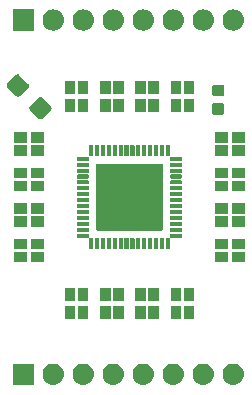
<source format=gbr>
G04 #@! TF.GenerationSoftware,KiCad,Pcbnew,(5.1.2)-2*
G04 #@! TF.CreationDate,2019-06-12T22:46:05+02:00*
G04 #@! TF.ProjectId,TLC5954-Eval,544c4335-3935-4342-9d45-76616c2e6b69,rev?*
G04 #@! TF.SameCoordinates,Original*
G04 #@! TF.FileFunction,Soldermask,Top*
G04 #@! TF.FilePolarity,Negative*
%FSLAX46Y46*%
G04 Gerber Fmt 4.6, Leading zero omitted, Abs format (unit mm)*
G04 Created by KiCad (PCBNEW (5.1.2)-2) date 2019-06-12 22:46:05*
%MOMM*%
%LPD*%
G04 APERTURE LIST*
%ADD10C,0.100000*%
G04 APERTURE END LIST*
D10*
G36*
X106956431Y-120113023D02*
G01*
X107081939Y-120151096D01*
X107126085Y-120164487D01*
X107282431Y-120248056D01*
X107419475Y-120360525D01*
X107531944Y-120497569D01*
X107615513Y-120653915D01*
X107615514Y-120653919D01*
X107666977Y-120823569D01*
X107684354Y-121000000D01*
X107666977Y-121176431D01*
X107628904Y-121301939D01*
X107615513Y-121346085D01*
X107531944Y-121502431D01*
X107419475Y-121639475D01*
X107282431Y-121751944D01*
X107126085Y-121835513D01*
X107081939Y-121848904D01*
X106956431Y-121886977D01*
X106824207Y-121900000D01*
X106735793Y-121900000D01*
X106603569Y-121886977D01*
X106478061Y-121848904D01*
X106433915Y-121835513D01*
X106277569Y-121751944D01*
X106140525Y-121639475D01*
X106028056Y-121502431D01*
X105944487Y-121346085D01*
X105931096Y-121301939D01*
X105893023Y-121176431D01*
X105875646Y-121000000D01*
X105893023Y-120823569D01*
X105944486Y-120653919D01*
X105944487Y-120653915D01*
X106028056Y-120497569D01*
X106140525Y-120360525D01*
X106277569Y-120248056D01*
X106433915Y-120164487D01*
X106478061Y-120151096D01*
X106603569Y-120113023D01*
X106735793Y-120100000D01*
X106824207Y-120100000D01*
X106956431Y-120113023D01*
X106956431Y-120113023D01*
G37*
G36*
X104416431Y-120113023D02*
G01*
X104541939Y-120151096D01*
X104586085Y-120164487D01*
X104742431Y-120248056D01*
X104879475Y-120360525D01*
X104991944Y-120497569D01*
X105075513Y-120653915D01*
X105075514Y-120653919D01*
X105126977Y-120823569D01*
X105144354Y-121000000D01*
X105126977Y-121176431D01*
X105088904Y-121301939D01*
X105075513Y-121346085D01*
X104991944Y-121502431D01*
X104879475Y-121639475D01*
X104742431Y-121751944D01*
X104586085Y-121835513D01*
X104541939Y-121848904D01*
X104416431Y-121886977D01*
X104284207Y-121900000D01*
X104195793Y-121900000D01*
X104063569Y-121886977D01*
X103938061Y-121848904D01*
X103893915Y-121835513D01*
X103737569Y-121751944D01*
X103600525Y-121639475D01*
X103488056Y-121502431D01*
X103404487Y-121346085D01*
X103391096Y-121301939D01*
X103353023Y-121176431D01*
X103335646Y-121000000D01*
X103353023Y-120823569D01*
X103404486Y-120653919D01*
X103404487Y-120653915D01*
X103488056Y-120497569D01*
X103600525Y-120360525D01*
X103737569Y-120248056D01*
X103893915Y-120164487D01*
X103938061Y-120151096D01*
X104063569Y-120113023D01*
X104195793Y-120100000D01*
X104284207Y-120100000D01*
X104416431Y-120113023D01*
X104416431Y-120113023D01*
G37*
G36*
X89900000Y-121900000D02*
G01*
X88100000Y-121900000D01*
X88100000Y-120100000D01*
X89900000Y-120100000D01*
X89900000Y-121900000D01*
X89900000Y-121900000D01*
G37*
G36*
X91716431Y-120113023D02*
G01*
X91841939Y-120151096D01*
X91886085Y-120164487D01*
X92042431Y-120248056D01*
X92179475Y-120360525D01*
X92291944Y-120497569D01*
X92375513Y-120653915D01*
X92375514Y-120653919D01*
X92426977Y-120823569D01*
X92444354Y-121000000D01*
X92426977Y-121176431D01*
X92388904Y-121301939D01*
X92375513Y-121346085D01*
X92291944Y-121502431D01*
X92179475Y-121639475D01*
X92042431Y-121751944D01*
X91886085Y-121835513D01*
X91841939Y-121848904D01*
X91716431Y-121886977D01*
X91584207Y-121900000D01*
X91495793Y-121900000D01*
X91363569Y-121886977D01*
X91238061Y-121848904D01*
X91193915Y-121835513D01*
X91037569Y-121751944D01*
X90900525Y-121639475D01*
X90788056Y-121502431D01*
X90704487Y-121346085D01*
X90691096Y-121301939D01*
X90653023Y-121176431D01*
X90635646Y-121000000D01*
X90653023Y-120823569D01*
X90704486Y-120653919D01*
X90704487Y-120653915D01*
X90788056Y-120497569D01*
X90900525Y-120360525D01*
X91037569Y-120248056D01*
X91193915Y-120164487D01*
X91238061Y-120151096D01*
X91363569Y-120113023D01*
X91495793Y-120100000D01*
X91584207Y-120100000D01*
X91716431Y-120113023D01*
X91716431Y-120113023D01*
G37*
G36*
X94256431Y-120113023D02*
G01*
X94381939Y-120151096D01*
X94426085Y-120164487D01*
X94582431Y-120248056D01*
X94719475Y-120360525D01*
X94831944Y-120497569D01*
X94915513Y-120653915D01*
X94915514Y-120653919D01*
X94966977Y-120823569D01*
X94984354Y-121000000D01*
X94966977Y-121176431D01*
X94928904Y-121301939D01*
X94915513Y-121346085D01*
X94831944Y-121502431D01*
X94719475Y-121639475D01*
X94582431Y-121751944D01*
X94426085Y-121835513D01*
X94381939Y-121848904D01*
X94256431Y-121886977D01*
X94124207Y-121900000D01*
X94035793Y-121900000D01*
X93903569Y-121886977D01*
X93778061Y-121848904D01*
X93733915Y-121835513D01*
X93577569Y-121751944D01*
X93440525Y-121639475D01*
X93328056Y-121502431D01*
X93244487Y-121346085D01*
X93231096Y-121301939D01*
X93193023Y-121176431D01*
X93175646Y-121000000D01*
X93193023Y-120823569D01*
X93244486Y-120653919D01*
X93244487Y-120653915D01*
X93328056Y-120497569D01*
X93440525Y-120360525D01*
X93577569Y-120248056D01*
X93733915Y-120164487D01*
X93778061Y-120151096D01*
X93903569Y-120113023D01*
X94035793Y-120100000D01*
X94124207Y-120100000D01*
X94256431Y-120113023D01*
X94256431Y-120113023D01*
G37*
G36*
X99336431Y-120113023D02*
G01*
X99461939Y-120151096D01*
X99506085Y-120164487D01*
X99662431Y-120248056D01*
X99799475Y-120360525D01*
X99911944Y-120497569D01*
X99995513Y-120653915D01*
X99995514Y-120653919D01*
X100046977Y-120823569D01*
X100064354Y-121000000D01*
X100046977Y-121176431D01*
X100008904Y-121301939D01*
X99995513Y-121346085D01*
X99911944Y-121502431D01*
X99799475Y-121639475D01*
X99662431Y-121751944D01*
X99506085Y-121835513D01*
X99461939Y-121848904D01*
X99336431Y-121886977D01*
X99204207Y-121900000D01*
X99115793Y-121900000D01*
X98983569Y-121886977D01*
X98858061Y-121848904D01*
X98813915Y-121835513D01*
X98657569Y-121751944D01*
X98520525Y-121639475D01*
X98408056Y-121502431D01*
X98324487Y-121346085D01*
X98311096Y-121301939D01*
X98273023Y-121176431D01*
X98255646Y-121000000D01*
X98273023Y-120823569D01*
X98324486Y-120653919D01*
X98324487Y-120653915D01*
X98408056Y-120497569D01*
X98520525Y-120360525D01*
X98657569Y-120248056D01*
X98813915Y-120164487D01*
X98858061Y-120151096D01*
X98983569Y-120113023D01*
X99115793Y-120100000D01*
X99204207Y-120100000D01*
X99336431Y-120113023D01*
X99336431Y-120113023D01*
G37*
G36*
X101876431Y-120113023D02*
G01*
X102001939Y-120151096D01*
X102046085Y-120164487D01*
X102202431Y-120248056D01*
X102339475Y-120360525D01*
X102451944Y-120497569D01*
X102535513Y-120653915D01*
X102535514Y-120653919D01*
X102586977Y-120823569D01*
X102604354Y-121000000D01*
X102586977Y-121176431D01*
X102548904Y-121301939D01*
X102535513Y-121346085D01*
X102451944Y-121502431D01*
X102339475Y-121639475D01*
X102202431Y-121751944D01*
X102046085Y-121835513D01*
X102001939Y-121848904D01*
X101876431Y-121886977D01*
X101744207Y-121900000D01*
X101655793Y-121900000D01*
X101523569Y-121886977D01*
X101398061Y-121848904D01*
X101353915Y-121835513D01*
X101197569Y-121751944D01*
X101060525Y-121639475D01*
X100948056Y-121502431D01*
X100864487Y-121346085D01*
X100851096Y-121301939D01*
X100813023Y-121176431D01*
X100795646Y-121000000D01*
X100813023Y-120823569D01*
X100864486Y-120653919D01*
X100864487Y-120653915D01*
X100948056Y-120497569D01*
X101060525Y-120360525D01*
X101197569Y-120248056D01*
X101353915Y-120164487D01*
X101398061Y-120151096D01*
X101523569Y-120113023D01*
X101655793Y-120100000D01*
X101744207Y-120100000D01*
X101876431Y-120113023D01*
X101876431Y-120113023D01*
G37*
G36*
X96796431Y-120113023D02*
G01*
X96921939Y-120151096D01*
X96966085Y-120164487D01*
X97122431Y-120248056D01*
X97259475Y-120360525D01*
X97371944Y-120497569D01*
X97455513Y-120653915D01*
X97455514Y-120653919D01*
X97506977Y-120823569D01*
X97524354Y-121000000D01*
X97506977Y-121176431D01*
X97468904Y-121301939D01*
X97455513Y-121346085D01*
X97371944Y-121502431D01*
X97259475Y-121639475D01*
X97122431Y-121751944D01*
X96966085Y-121835513D01*
X96921939Y-121848904D01*
X96796431Y-121886977D01*
X96664207Y-121900000D01*
X96575793Y-121900000D01*
X96443569Y-121886977D01*
X96318061Y-121848904D01*
X96273915Y-121835513D01*
X96117569Y-121751944D01*
X95980525Y-121639475D01*
X95868056Y-121502431D01*
X95784487Y-121346085D01*
X95771096Y-121301939D01*
X95733023Y-121176431D01*
X95715646Y-121000000D01*
X95733023Y-120823569D01*
X95784486Y-120653919D01*
X95784487Y-120653915D01*
X95868056Y-120497569D01*
X95980525Y-120360525D01*
X96117569Y-120248056D01*
X96273915Y-120164487D01*
X96318061Y-120151096D01*
X96443569Y-120113023D01*
X96575793Y-120100000D01*
X96664207Y-120100000D01*
X96796431Y-120113023D01*
X96796431Y-120113023D01*
G37*
G36*
X93400000Y-116300000D02*
G01*
X92500000Y-116300000D01*
X92500000Y-115200000D01*
X93400000Y-115200000D01*
X93400000Y-116300000D01*
X93400000Y-116300000D01*
G37*
G36*
X103500000Y-116300000D02*
G01*
X102600000Y-116300000D01*
X102600000Y-115200000D01*
X103500000Y-115200000D01*
X103500000Y-116300000D01*
X103500000Y-116300000D01*
G37*
G36*
X102400000Y-116300000D02*
G01*
X101500000Y-116300000D01*
X101500000Y-115200000D01*
X102400000Y-115200000D01*
X102400000Y-116300000D01*
X102400000Y-116300000D01*
G37*
G36*
X99400000Y-116300000D02*
G01*
X98500000Y-116300000D01*
X98500000Y-115200000D01*
X99400000Y-115200000D01*
X99400000Y-116300000D01*
X99400000Y-116300000D01*
G37*
G36*
X94500000Y-116300000D02*
G01*
X93600000Y-116300000D01*
X93600000Y-115200000D01*
X94500000Y-115200000D01*
X94500000Y-116300000D01*
X94500000Y-116300000D01*
G37*
G36*
X97500000Y-116300000D02*
G01*
X96600000Y-116300000D01*
X96600000Y-115200000D01*
X97500000Y-115200000D01*
X97500000Y-116300000D01*
X97500000Y-116300000D01*
G37*
G36*
X100500000Y-116300000D02*
G01*
X99600000Y-116300000D01*
X99600000Y-115200000D01*
X100500000Y-115200000D01*
X100500000Y-116300000D01*
X100500000Y-116300000D01*
G37*
G36*
X96400000Y-116300000D02*
G01*
X95500000Y-116300000D01*
X95500000Y-115200000D01*
X96400000Y-115200000D01*
X96400000Y-116300000D01*
X96400000Y-116300000D01*
G37*
G36*
X94500000Y-114800000D02*
G01*
X93600000Y-114800000D01*
X93600000Y-113700000D01*
X94500000Y-113700000D01*
X94500000Y-114800000D01*
X94500000Y-114800000D01*
G37*
G36*
X96400000Y-114800000D02*
G01*
X95500000Y-114800000D01*
X95500000Y-113700000D01*
X96400000Y-113700000D01*
X96400000Y-114800000D01*
X96400000Y-114800000D01*
G37*
G36*
X97500000Y-114800000D02*
G01*
X96600000Y-114800000D01*
X96600000Y-113700000D01*
X97500000Y-113700000D01*
X97500000Y-114800000D01*
X97500000Y-114800000D01*
G37*
G36*
X93400000Y-114800000D02*
G01*
X92500000Y-114800000D01*
X92500000Y-113700000D01*
X93400000Y-113700000D01*
X93400000Y-114800000D01*
X93400000Y-114800000D01*
G37*
G36*
X99400000Y-114800000D02*
G01*
X98500000Y-114800000D01*
X98500000Y-113700000D01*
X99400000Y-113700000D01*
X99400000Y-114800000D01*
X99400000Y-114800000D01*
G37*
G36*
X103500000Y-114800000D02*
G01*
X102600000Y-114800000D01*
X102600000Y-113700000D01*
X103500000Y-113700000D01*
X103500000Y-114800000D01*
X103500000Y-114800000D01*
G37*
G36*
X102400000Y-114800000D02*
G01*
X101500000Y-114800000D01*
X101500000Y-113700000D01*
X102400000Y-113700000D01*
X102400000Y-114800000D01*
X102400000Y-114800000D01*
G37*
G36*
X100500000Y-114800000D02*
G01*
X99600000Y-114800000D01*
X99600000Y-113700000D01*
X100500000Y-113700000D01*
X100500000Y-114800000D01*
X100500000Y-114800000D01*
G37*
G36*
X89300000Y-111500000D02*
G01*
X88200000Y-111500000D01*
X88200000Y-110600000D01*
X89300000Y-110600000D01*
X89300000Y-111500000D01*
X89300000Y-111500000D01*
G37*
G36*
X106300000Y-111500000D02*
G01*
X105200000Y-111500000D01*
X105200000Y-110600000D01*
X106300000Y-110600000D01*
X106300000Y-111500000D01*
X106300000Y-111500000D01*
G37*
G36*
X107800000Y-111500000D02*
G01*
X106700000Y-111500000D01*
X106700000Y-110600000D01*
X107800000Y-110600000D01*
X107800000Y-111500000D01*
X107800000Y-111500000D01*
G37*
G36*
X90800000Y-111500000D02*
G01*
X89700000Y-111500000D01*
X89700000Y-110600000D01*
X90800000Y-110600000D01*
X90800000Y-111500000D01*
X90800000Y-111500000D01*
G37*
G36*
X97884683Y-109451317D02*
G01*
X97893995Y-109454142D01*
X97902583Y-109458732D01*
X97910099Y-109464901D01*
X97916268Y-109472417D01*
X97920858Y-109481005D01*
X97923683Y-109490317D01*
X97925000Y-109503687D01*
X97925000Y-110371313D01*
X97923683Y-110384683D01*
X97920858Y-110393995D01*
X97916268Y-110402583D01*
X97910099Y-110410099D01*
X97902583Y-110416268D01*
X97893995Y-110420858D01*
X97884683Y-110423683D01*
X97871313Y-110425000D01*
X97628687Y-110425000D01*
X97615317Y-110423683D01*
X97606005Y-110420858D01*
X97597417Y-110416268D01*
X97589901Y-110410099D01*
X97583732Y-110402583D01*
X97579142Y-110393995D01*
X97576317Y-110384683D01*
X97575000Y-110371313D01*
X97575000Y-109503687D01*
X97576317Y-109490317D01*
X97579142Y-109481005D01*
X97583732Y-109472417D01*
X97589901Y-109464901D01*
X97597417Y-109458732D01*
X97606005Y-109454142D01*
X97615317Y-109451317D01*
X97628687Y-109450000D01*
X97871313Y-109450000D01*
X97884683Y-109451317D01*
X97884683Y-109451317D01*
G37*
G36*
X95384683Y-109451317D02*
G01*
X95393995Y-109454142D01*
X95402583Y-109458732D01*
X95410099Y-109464901D01*
X95416268Y-109472417D01*
X95420858Y-109481005D01*
X95423683Y-109490317D01*
X95425000Y-109503687D01*
X95425000Y-110371313D01*
X95423683Y-110384683D01*
X95420858Y-110393995D01*
X95416268Y-110402583D01*
X95410099Y-110410099D01*
X95402583Y-110416268D01*
X95393995Y-110420858D01*
X95384683Y-110423683D01*
X95371313Y-110425000D01*
X95128687Y-110425000D01*
X95115317Y-110423683D01*
X95106005Y-110420858D01*
X95097417Y-110416268D01*
X95089901Y-110410099D01*
X95083732Y-110402583D01*
X95079142Y-110393995D01*
X95076317Y-110384683D01*
X95075000Y-110371313D01*
X95075000Y-109503687D01*
X95076317Y-109490317D01*
X95079142Y-109481005D01*
X95083732Y-109472417D01*
X95089901Y-109464901D01*
X95097417Y-109458732D01*
X95106005Y-109454142D01*
X95115317Y-109451317D01*
X95128687Y-109450000D01*
X95371313Y-109450000D01*
X95384683Y-109451317D01*
X95384683Y-109451317D01*
G37*
G36*
X95884683Y-109451317D02*
G01*
X95893995Y-109454142D01*
X95902583Y-109458732D01*
X95910099Y-109464901D01*
X95916268Y-109472417D01*
X95920858Y-109481005D01*
X95923683Y-109490317D01*
X95925000Y-109503687D01*
X95925000Y-110371313D01*
X95923683Y-110384683D01*
X95920858Y-110393995D01*
X95916268Y-110402583D01*
X95910099Y-110410099D01*
X95902583Y-110416268D01*
X95893995Y-110420858D01*
X95884683Y-110423683D01*
X95871313Y-110425000D01*
X95628687Y-110425000D01*
X95615317Y-110423683D01*
X95606005Y-110420858D01*
X95597417Y-110416268D01*
X95589901Y-110410099D01*
X95583732Y-110402583D01*
X95579142Y-110393995D01*
X95576317Y-110384683D01*
X95575000Y-110371313D01*
X95575000Y-109503687D01*
X95576317Y-109490317D01*
X95579142Y-109481005D01*
X95583732Y-109472417D01*
X95589901Y-109464901D01*
X95597417Y-109458732D01*
X95606005Y-109454142D01*
X95615317Y-109451317D01*
X95628687Y-109450000D01*
X95871313Y-109450000D01*
X95884683Y-109451317D01*
X95884683Y-109451317D01*
G37*
G36*
X96384683Y-109451317D02*
G01*
X96393995Y-109454142D01*
X96402583Y-109458732D01*
X96410099Y-109464901D01*
X96416268Y-109472417D01*
X96420858Y-109481005D01*
X96423683Y-109490317D01*
X96425000Y-109503687D01*
X96425000Y-110371313D01*
X96423683Y-110384683D01*
X96420858Y-110393995D01*
X96416268Y-110402583D01*
X96410099Y-110410099D01*
X96402583Y-110416268D01*
X96393995Y-110420858D01*
X96384683Y-110423683D01*
X96371313Y-110425000D01*
X96128687Y-110425000D01*
X96115317Y-110423683D01*
X96106005Y-110420858D01*
X96097417Y-110416268D01*
X96089901Y-110410099D01*
X96083732Y-110402583D01*
X96079142Y-110393995D01*
X96076317Y-110384683D01*
X96075000Y-110371313D01*
X96075000Y-109503687D01*
X96076317Y-109490317D01*
X96079142Y-109481005D01*
X96083732Y-109472417D01*
X96089901Y-109464901D01*
X96097417Y-109458732D01*
X96106005Y-109454142D01*
X96115317Y-109451317D01*
X96128687Y-109450000D01*
X96371313Y-109450000D01*
X96384683Y-109451317D01*
X96384683Y-109451317D01*
G37*
G36*
X96884683Y-109451317D02*
G01*
X96893995Y-109454142D01*
X96902583Y-109458732D01*
X96910099Y-109464901D01*
X96916268Y-109472417D01*
X96920858Y-109481005D01*
X96923683Y-109490317D01*
X96925000Y-109503687D01*
X96925000Y-110371313D01*
X96923683Y-110384683D01*
X96920858Y-110393995D01*
X96916268Y-110402583D01*
X96910099Y-110410099D01*
X96902583Y-110416268D01*
X96893995Y-110420858D01*
X96884683Y-110423683D01*
X96871313Y-110425000D01*
X96628687Y-110425000D01*
X96615317Y-110423683D01*
X96606005Y-110420858D01*
X96597417Y-110416268D01*
X96589901Y-110410099D01*
X96583732Y-110402583D01*
X96579142Y-110393995D01*
X96576317Y-110384683D01*
X96575000Y-110371313D01*
X96575000Y-109503687D01*
X96576317Y-109490317D01*
X96579142Y-109481005D01*
X96583732Y-109472417D01*
X96589901Y-109464901D01*
X96597417Y-109458732D01*
X96606005Y-109454142D01*
X96615317Y-109451317D01*
X96628687Y-109450000D01*
X96871313Y-109450000D01*
X96884683Y-109451317D01*
X96884683Y-109451317D01*
G37*
G36*
X97384683Y-109451317D02*
G01*
X97393995Y-109454142D01*
X97402583Y-109458732D01*
X97410099Y-109464901D01*
X97416268Y-109472417D01*
X97420858Y-109481005D01*
X97423683Y-109490317D01*
X97425000Y-109503687D01*
X97425000Y-110371313D01*
X97423683Y-110384683D01*
X97420858Y-110393995D01*
X97416268Y-110402583D01*
X97410099Y-110410099D01*
X97402583Y-110416268D01*
X97393995Y-110420858D01*
X97384683Y-110423683D01*
X97371313Y-110425000D01*
X97128687Y-110425000D01*
X97115317Y-110423683D01*
X97106005Y-110420858D01*
X97097417Y-110416268D01*
X97089901Y-110410099D01*
X97083732Y-110402583D01*
X97079142Y-110393995D01*
X97076317Y-110384683D01*
X97075000Y-110371313D01*
X97075000Y-109503687D01*
X97076317Y-109490317D01*
X97079142Y-109481005D01*
X97083732Y-109472417D01*
X97089901Y-109464901D01*
X97097417Y-109458732D01*
X97106005Y-109454142D01*
X97115317Y-109451317D01*
X97128687Y-109450000D01*
X97371313Y-109450000D01*
X97384683Y-109451317D01*
X97384683Y-109451317D01*
G37*
G36*
X98384683Y-109451317D02*
G01*
X98393995Y-109454142D01*
X98402583Y-109458732D01*
X98410099Y-109464901D01*
X98416268Y-109472417D01*
X98420858Y-109481005D01*
X98423683Y-109490317D01*
X98425000Y-109503687D01*
X98425000Y-110371313D01*
X98423683Y-110384683D01*
X98420858Y-110393995D01*
X98416268Y-110402583D01*
X98410099Y-110410099D01*
X98402583Y-110416268D01*
X98393995Y-110420858D01*
X98384683Y-110423683D01*
X98371313Y-110425000D01*
X98128687Y-110425000D01*
X98115317Y-110423683D01*
X98106005Y-110420858D01*
X98097417Y-110416268D01*
X98089901Y-110410099D01*
X98083732Y-110402583D01*
X98079142Y-110393995D01*
X98076317Y-110384683D01*
X98075000Y-110371313D01*
X98075000Y-109503687D01*
X98076317Y-109490317D01*
X98079142Y-109481005D01*
X98083732Y-109472417D01*
X98089901Y-109464901D01*
X98097417Y-109458732D01*
X98106005Y-109454142D01*
X98115317Y-109451317D01*
X98128687Y-109450000D01*
X98371313Y-109450000D01*
X98384683Y-109451317D01*
X98384683Y-109451317D01*
G37*
G36*
X99384683Y-109451317D02*
G01*
X99393995Y-109454142D01*
X99402583Y-109458732D01*
X99410099Y-109464901D01*
X99416268Y-109472417D01*
X99420858Y-109481005D01*
X99423683Y-109490317D01*
X99425000Y-109503687D01*
X99425000Y-110371313D01*
X99423683Y-110384683D01*
X99420858Y-110393995D01*
X99416268Y-110402583D01*
X99410099Y-110410099D01*
X99402583Y-110416268D01*
X99393995Y-110420858D01*
X99384683Y-110423683D01*
X99371313Y-110425000D01*
X99128687Y-110425000D01*
X99115317Y-110423683D01*
X99106005Y-110420858D01*
X99097417Y-110416268D01*
X99089901Y-110410099D01*
X99083732Y-110402583D01*
X99079142Y-110393995D01*
X99076317Y-110384683D01*
X99075000Y-110371313D01*
X99075000Y-109503687D01*
X99076317Y-109490317D01*
X99079142Y-109481005D01*
X99083732Y-109472417D01*
X99089901Y-109464901D01*
X99097417Y-109458732D01*
X99106005Y-109454142D01*
X99115317Y-109451317D01*
X99128687Y-109450000D01*
X99371313Y-109450000D01*
X99384683Y-109451317D01*
X99384683Y-109451317D01*
G37*
G36*
X99884683Y-109451317D02*
G01*
X99893995Y-109454142D01*
X99902583Y-109458732D01*
X99910099Y-109464901D01*
X99916268Y-109472417D01*
X99920858Y-109481005D01*
X99923683Y-109490317D01*
X99925000Y-109503687D01*
X99925000Y-110371313D01*
X99923683Y-110384683D01*
X99920858Y-110393995D01*
X99916268Y-110402583D01*
X99910099Y-110410099D01*
X99902583Y-110416268D01*
X99893995Y-110420858D01*
X99884683Y-110423683D01*
X99871313Y-110425000D01*
X99628687Y-110425000D01*
X99615317Y-110423683D01*
X99606005Y-110420858D01*
X99597417Y-110416268D01*
X99589901Y-110410099D01*
X99583732Y-110402583D01*
X99579142Y-110393995D01*
X99576317Y-110384683D01*
X99575000Y-110371313D01*
X99575000Y-109503687D01*
X99576317Y-109490317D01*
X99579142Y-109481005D01*
X99583732Y-109472417D01*
X99589901Y-109464901D01*
X99597417Y-109458732D01*
X99606005Y-109454142D01*
X99615317Y-109451317D01*
X99628687Y-109450000D01*
X99871313Y-109450000D01*
X99884683Y-109451317D01*
X99884683Y-109451317D01*
G37*
G36*
X100384683Y-109451317D02*
G01*
X100393995Y-109454142D01*
X100402583Y-109458732D01*
X100410099Y-109464901D01*
X100416268Y-109472417D01*
X100420858Y-109481005D01*
X100423683Y-109490317D01*
X100425000Y-109503687D01*
X100425000Y-110371313D01*
X100423683Y-110384683D01*
X100420858Y-110393995D01*
X100416268Y-110402583D01*
X100410099Y-110410099D01*
X100402583Y-110416268D01*
X100393995Y-110420858D01*
X100384683Y-110423683D01*
X100371313Y-110425000D01*
X100128687Y-110425000D01*
X100115317Y-110423683D01*
X100106005Y-110420858D01*
X100097417Y-110416268D01*
X100089901Y-110410099D01*
X100083732Y-110402583D01*
X100079142Y-110393995D01*
X100076317Y-110384683D01*
X100075000Y-110371313D01*
X100075000Y-109503687D01*
X100076317Y-109490317D01*
X100079142Y-109481005D01*
X100083732Y-109472417D01*
X100089901Y-109464901D01*
X100097417Y-109458732D01*
X100106005Y-109454142D01*
X100115317Y-109451317D01*
X100128687Y-109450000D01*
X100371313Y-109450000D01*
X100384683Y-109451317D01*
X100384683Y-109451317D01*
G37*
G36*
X100884683Y-109451317D02*
G01*
X100893995Y-109454142D01*
X100902583Y-109458732D01*
X100910099Y-109464901D01*
X100916268Y-109472417D01*
X100920858Y-109481005D01*
X100923683Y-109490317D01*
X100925000Y-109503687D01*
X100925000Y-110371313D01*
X100923683Y-110384683D01*
X100920858Y-110393995D01*
X100916268Y-110402583D01*
X100910099Y-110410099D01*
X100902583Y-110416268D01*
X100893995Y-110420858D01*
X100884683Y-110423683D01*
X100871313Y-110425000D01*
X100628687Y-110425000D01*
X100615317Y-110423683D01*
X100606005Y-110420858D01*
X100597417Y-110416268D01*
X100589901Y-110410099D01*
X100583732Y-110402583D01*
X100579142Y-110393995D01*
X100576317Y-110384683D01*
X100575000Y-110371313D01*
X100575000Y-109503687D01*
X100576317Y-109490317D01*
X100579142Y-109481005D01*
X100583732Y-109472417D01*
X100589901Y-109464901D01*
X100597417Y-109458732D01*
X100606005Y-109454142D01*
X100615317Y-109451317D01*
X100628687Y-109450000D01*
X100871313Y-109450000D01*
X100884683Y-109451317D01*
X100884683Y-109451317D01*
G37*
G36*
X102384683Y-109076317D02*
G01*
X102393995Y-109079142D01*
X102402583Y-109083732D01*
X102410099Y-109089901D01*
X102416268Y-109097417D01*
X102420858Y-109106005D01*
X102423683Y-109115317D01*
X102425000Y-109128687D01*
X102425000Y-109371313D01*
X102423683Y-109384683D01*
X102420858Y-109393995D01*
X102416268Y-109402583D01*
X102410099Y-109410099D01*
X102402583Y-109416268D01*
X102393995Y-109420858D01*
X102384683Y-109423683D01*
X102371313Y-109425000D01*
X101499999Y-109425000D01*
X101485367Y-109426441D01*
X101471298Y-109430709D01*
X101458332Y-109437640D01*
X101446967Y-109446967D01*
X101437640Y-109458332D01*
X101430709Y-109471298D01*
X101426441Y-109485367D01*
X101425000Y-109499999D01*
X101425000Y-110371313D01*
X101423683Y-110384683D01*
X101420858Y-110393995D01*
X101416268Y-110402583D01*
X101410099Y-110410099D01*
X101402583Y-110416268D01*
X101393995Y-110420858D01*
X101384683Y-110423683D01*
X101371313Y-110425000D01*
X101128687Y-110425000D01*
X101115317Y-110423683D01*
X101106005Y-110420858D01*
X101097417Y-110416268D01*
X101089901Y-110410099D01*
X101083732Y-110402583D01*
X101079142Y-110393995D01*
X101076317Y-110384683D01*
X101075000Y-110371313D01*
X101075000Y-109503687D01*
X101076317Y-109490317D01*
X101079142Y-109481005D01*
X101083732Y-109472417D01*
X101089901Y-109464901D01*
X101097417Y-109458732D01*
X101106005Y-109454142D01*
X101115317Y-109451317D01*
X101128687Y-109450000D01*
X101375001Y-109450000D01*
X101389633Y-109448559D01*
X101403702Y-109444291D01*
X101416668Y-109437360D01*
X101428033Y-109428033D01*
X101437360Y-109416668D01*
X101444291Y-109403702D01*
X101448559Y-109389633D01*
X101450000Y-109375001D01*
X101450000Y-109128687D01*
X101451317Y-109115317D01*
X101454142Y-109106005D01*
X101458732Y-109097417D01*
X101464901Y-109089901D01*
X101472417Y-109083732D01*
X101481005Y-109079142D01*
X101490317Y-109076317D01*
X101503687Y-109075000D01*
X102371313Y-109075000D01*
X102384683Y-109076317D01*
X102384683Y-109076317D01*
G37*
G36*
X94509683Y-109076317D02*
G01*
X94518995Y-109079142D01*
X94527583Y-109083732D01*
X94535099Y-109089901D01*
X94541268Y-109097417D01*
X94545858Y-109106005D01*
X94548683Y-109115317D01*
X94550000Y-109128687D01*
X94550000Y-109375001D01*
X94551441Y-109389633D01*
X94555709Y-109403702D01*
X94562640Y-109416668D01*
X94571967Y-109428033D01*
X94583332Y-109437360D01*
X94596298Y-109444291D01*
X94610367Y-109448559D01*
X94624999Y-109450000D01*
X94871313Y-109450000D01*
X94884683Y-109451317D01*
X94893995Y-109454142D01*
X94902583Y-109458732D01*
X94910099Y-109464901D01*
X94916268Y-109472417D01*
X94920858Y-109481005D01*
X94923683Y-109490317D01*
X94925000Y-109503687D01*
X94925000Y-110371313D01*
X94923683Y-110384683D01*
X94920858Y-110393995D01*
X94916268Y-110402583D01*
X94910099Y-110410099D01*
X94902583Y-110416268D01*
X94893995Y-110420858D01*
X94884683Y-110423683D01*
X94871313Y-110425000D01*
X94628687Y-110425000D01*
X94615317Y-110423683D01*
X94606005Y-110420858D01*
X94597417Y-110416268D01*
X94589901Y-110410099D01*
X94583732Y-110402583D01*
X94579142Y-110393995D01*
X94576317Y-110384683D01*
X94575000Y-110371313D01*
X94575000Y-109499999D01*
X94573559Y-109485367D01*
X94569291Y-109471298D01*
X94562360Y-109458332D01*
X94553033Y-109446967D01*
X94541668Y-109437640D01*
X94528702Y-109430709D01*
X94514633Y-109426441D01*
X94500001Y-109425000D01*
X93628687Y-109425000D01*
X93615317Y-109423683D01*
X93606005Y-109420858D01*
X93597417Y-109416268D01*
X93589901Y-109410099D01*
X93583732Y-109402583D01*
X93579142Y-109393995D01*
X93576317Y-109384683D01*
X93575000Y-109371313D01*
X93575000Y-109128687D01*
X93576317Y-109115317D01*
X93579142Y-109106005D01*
X93583732Y-109097417D01*
X93589901Y-109089901D01*
X93597417Y-109083732D01*
X93606005Y-109079142D01*
X93615317Y-109076317D01*
X93628687Y-109075000D01*
X94496313Y-109075000D01*
X94509683Y-109076317D01*
X94509683Y-109076317D01*
G37*
G36*
X98884683Y-109451317D02*
G01*
X98893995Y-109454142D01*
X98902583Y-109458732D01*
X98910099Y-109464901D01*
X98916268Y-109472417D01*
X98920858Y-109481005D01*
X98923683Y-109490317D01*
X98925000Y-109503687D01*
X98925000Y-110371313D01*
X98923683Y-110384683D01*
X98920858Y-110393995D01*
X98916268Y-110402583D01*
X98910099Y-110410099D01*
X98902583Y-110416268D01*
X98893995Y-110420858D01*
X98884683Y-110423683D01*
X98871313Y-110425000D01*
X98628687Y-110425000D01*
X98615317Y-110423683D01*
X98606005Y-110420858D01*
X98597417Y-110416268D01*
X98589901Y-110410099D01*
X98583732Y-110402583D01*
X98579142Y-110393995D01*
X98576317Y-110384683D01*
X98575000Y-110371313D01*
X98575000Y-109503687D01*
X98576317Y-109490317D01*
X98579142Y-109481005D01*
X98583732Y-109472417D01*
X98589901Y-109464901D01*
X98597417Y-109458732D01*
X98606005Y-109454142D01*
X98615317Y-109451317D01*
X98628687Y-109450000D01*
X98871313Y-109450000D01*
X98884683Y-109451317D01*
X98884683Y-109451317D01*
G37*
G36*
X106300000Y-110400000D02*
G01*
X105200000Y-110400000D01*
X105200000Y-109500000D01*
X106300000Y-109500000D01*
X106300000Y-110400000D01*
X106300000Y-110400000D01*
G37*
G36*
X89300000Y-110400000D02*
G01*
X88200000Y-110400000D01*
X88200000Y-109500000D01*
X89300000Y-109500000D01*
X89300000Y-110400000D01*
X89300000Y-110400000D01*
G37*
G36*
X90800000Y-110400000D02*
G01*
X89700000Y-110400000D01*
X89700000Y-109500000D01*
X90800000Y-109500000D01*
X90800000Y-110400000D01*
X90800000Y-110400000D01*
G37*
G36*
X107800000Y-110400000D02*
G01*
X106700000Y-110400000D01*
X106700000Y-109500000D01*
X107800000Y-109500000D01*
X107800000Y-110400000D01*
X107800000Y-110400000D01*
G37*
G36*
X94509683Y-108576317D02*
G01*
X94518995Y-108579142D01*
X94527583Y-108583732D01*
X94535099Y-108589901D01*
X94541268Y-108597417D01*
X94545858Y-108606005D01*
X94548683Y-108615317D01*
X94550000Y-108628687D01*
X94550000Y-108871313D01*
X94548683Y-108884683D01*
X94545858Y-108893995D01*
X94541268Y-108902583D01*
X94535099Y-108910099D01*
X94527583Y-108916268D01*
X94518995Y-108920858D01*
X94509683Y-108923683D01*
X94496313Y-108925000D01*
X93628687Y-108925000D01*
X93615317Y-108923683D01*
X93606005Y-108920858D01*
X93597417Y-108916268D01*
X93589901Y-108910099D01*
X93583732Y-108902583D01*
X93579142Y-108893995D01*
X93576317Y-108884683D01*
X93575000Y-108871313D01*
X93575000Y-108628687D01*
X93576317Y-108615317D01*
X93579142Y-108606005D01*
X93583732Y-108597417D01*
X93589901Y-108589901D01*
X93597417Y-108583732D01*
X93606005Y-108579142D01*
X93615317Y-108576317D01*
X93628687Y-108575000D01*
X94496313Y-108575000D01*
X94509683Y-108576317D01*
X94509683Y-108576317D01*
G37*
G36*
X102384683Y-108576317D02*
G01*
X102393995Y-108579142D01*
X102402583Y-108583732D01*
X102410099Y-108589901D01*
X102416268Y-108597417D01*
X102420858Y-108606005D01*
X102423683Y-108615317D01*
X102425000Y-108628687D01*
X102425000Y-108871313D01*
X102423683Y-108884683D01*
X102420858Y-108893995D01*
X102416268Y-108902583D01*
X102410099Y-108910099D01*
X102402583Y-108916268D01*
X102393995Y-108920858D01*
X102384683Y-108923683D01*
X102371313Y-108925000D01*
X101503687Y-108925000D01*
X101490317Y-108923683D01*
X101481005Y-108920858D01*
X101472417Y-108916268D01*
X101464901Y-108910099D01*
X101458732Y-108902583D01*
X101454142Y-108893995D01*
X101451317Y-108884683D01*
X101450000Y-108871313D01*
X101450000Y-108628687D01*
X101451317Y-108615317D01*
X101454142Y-108606005D01*
X101458732Y-108597417D01*
X101464901Y-108589901D01*
X101472417Y-108583732D01*
X101481005Y-108579142D01*
X101490317Y-108576317D01*
X101503687Y-108575000D01*
X102371313Y-108575000D01*
X102384683Y-108576317D01*
X102384683Y-108576317D01*
G37*
G36*
X100700087Y-103153933D02*
G01*
X100734938Y-103164505D01*
X100767062Y-103181676D01*
X100795218Y-103204782D01*
X100818324Y-103232938D01*
X100835495Y-103265062D01*
X100846067Y-103299913D01*
X100850000Y-103339848D01*
X100850000Y-108660152D01*
X100846067Y-108700087D01*
X100835495Y-108734938D01*
X100818324Y-108767062D01*
X100795218Y-108795218D01*
X100767062Y-108818324D01*
X100734938Y-108835495D01*
X100700087Y-108846067D01*
X100660152Y-108850000D01*
X95339848Y-108850000D01*
X95299913Y-108846067D01*
X95265062Y-108835495D01*
X95232938Y-108818324D01*
X95204782Y-108795218D01*
X95181676Y-108767062D01*
X95164505Y-108734938D01*
X95153933Y-108700087D01*
X95150000Y-108660152D01*
X95150000Y-103339848D01*
X95153933Y-103299913D01*
X95164505Y-103265062D01*
X95181676Y-103232938D01*
X95204782Y-103204782D01*
X95232938Y-103181676D01*
X95265062Y-103164505D01*
X95299913Y-103153933D01*
X95339848Y-103150000D01*
X100660152Y-103150000D01*
X100700087Y-103153933D01*
X100700087Y-103153933D01*
G37*
G36*
X90800000Y-108500000D02*
G01*
X89700000Y-108500000D01*
X89700000Y-107600000D01*
X90800000Y-107600000D01*
X90800000Y-108500000D01*
X90800000Y-108500000D01*
G37*
G36*
X89300000Y-108500000D02*
G01*
X88200000Y-108500000D01*
X88200000Y-107600000D01*
X89300000Y-107600000D01*
X89300000Y-108500000D01*
X89300000Y-108500000D01*
G37*
G36*
X106300000Y-108500000D02*
G01*
X105200000Y-108500000D01*
X105200000Y-107600000D01*
X106300000Y-107600000D01*
X106300000Y-108500000D01*
X106300000Y-108500000D01*
G37*
G36*
X107800000Y-108500000D02*
G01*
X106700000Y-108500000D01*
X106700000Y-107600000D01*
X107800000Y-107600000D01*
X107800000Y-108500000D01*
X107800000Y-108500000D01*
G37*
G36*
X94509683Y-108076317D02*
G01*
X94518995Y-108079142D01*
X94527583Y-108083732D01*
X94535099Y-108089901D01*
X94541268Y-108097417D01*
X94545858Y-108106005D01*
X94548683Y-108115317D01*
X94550000Y-108128687D01*
X94550000Y-108371313D01*
X94548683Y-108384683D01*
X94545858Y-108393995D01*
X94541268Y-108402583D01*
X94535099Y-108410099D01*
X94527583Y-108416268D01*
X94518995Y-108420858D01*
X94509683Y-108423683D01*
X94496313Y-108425000D01*
X93628687Y-108425000D01*
X93615317Y-108423683D01*
X93606005Y-108420858D01*
X93597417Y-108416268D01*
X93589901Y-108410099D01*
X93583732Y-108402583D01*
X93579142Y-108393995D01*
X93576317Y-108384683D01*
X93575000Y-108371313D01*
X93575000Y-108128687D01*
X93576317Y-108115317D01*
X93579142Y-108106005D01*
X93583732Y-108097417D01*
X93589901Y-108089901D01*
X93597417Y-108083732D01*
X93606005Y-108079142D01*
X93615317Y-108076317D01*
X93628687Y-108075000D01*
X94496313Y-108075000D01*
X94509683Y-108076317D01*
X94509683Y-108076317D01*
G37*
G36*
X102384683Y-108076317D02*
G01*
X102393995Y-108079142D01*
X102402583Y-108083732D01*
X102410099Y-108089901D01*
X102416268Y-108097417D01*
X102420858Y-108106005D01*
X102423683Y-108115317D01*
X102425000Y-108128687D01*
X102425000Y-108371313D01*
X102423683Y-108384683D01*
X102420858Y-108393995D01*
X102416268Y-108402583D01*
X102410099Y-108410099D01*
X102402583Y-108416268D01*
X102393995Y-108420858D01*
X102384683Y-108423683D01*
X102371313Y-108425000D01*
X101503687Y-108425000D01*
X101490317Y-108423683D01*
X101481005Y-108420858D01*
X101472417Y-108416268D01*
X101464901Y-108410099D01*
X101458732Y-108402583D01*
X101454142Y-108393995D01*
X101451317Y-108384683D01*
X101450000Y-108371313D01*
X101450000Y-108128687D01*
X101451317Y-108115317D01*
X101454142Y-108106005D01*
X101458732Y-108097417D01*
X101464901Y-108089901D01*
X101472417Y-108083732D01*
X101481005Y-108079142D01*
X101490317Y-108076317D01*
X101503687Y-108075000D01*
X102371313Y-108075000D01*
X102384683Y-108076317D01*
X102384683Y-108076317D01*
G37*
G36*
X94509683Y-107576317D02*
G01*
X94518995Y-107579142D01*
X94527583Y-107583732D01*
X94535099Y-107589901D01*
X94541268Y-107597417D01*
X94545858Y-107606005D01*
X94548683Y-107615317D01*
X94550000Y-107628687D01*
X94550000Y-107871313D01*
X94548683Y-107884683D01*
X94545858Y-107893995D01*
X94541268Y-107902583D01*
X94535099Y-107910099D01*
X94527583Y-107916268D01*
X94518995Y-107920858D01*
X94509683Y-107923683D01*
X94496313Y-107925000D01*
X93628687Y-107925000D01*
X93615317Y-107923683D01*
X93606005Y-107920858D01*
X93597417Y-107916268D01*
X93589901Y-107910099D01*
X93583732Y-107902583D01*
X93579142Y-107893995D01*
X93576317Y-107884683D01*
X93575000Y-107871313D01*
X93575000Y-107628687D01*
X93576317Y-107615317D01*
X93579142Y-107606005D01*
X93583732Y-107597417D01*
X93589901Y-107589901D01*
X93597417Y-107583732D01*
X93606005Y-107579142D01*
X93615317Y-107576317D01*
X93628687Y-107575000D01*
X94496313Y-107575000D01*
X94509683Y-107576317D01*
X94509683Y-107576317D01*
G37*
G36*
X102384683Y-107576317D02*
G01*
X102393995Y-107579142D01*
X102402583Y-107583732D01*
X102410099Y-107589901D01*
X102416268Y-107597417D01*
X102420858Y-107606005D01*
X102423683Y-107615317D01*
X102425000Y-107628687D01*
X102425000Y-107871313D01*
X102423683Y-107884683D01*
X102420858Y-107893995D01*
X102416268Y-107902583D01*
X102410099Y-107910099D01*
X102402583Y-107916268D01*
X102393995Y-107920858D01*
X102384683Y-107923683D01*
X102371313Y-107925000D01*
X101503687Y-107925000D01*
X101490317Y-107923683D01*
X101481005Y-107920858D01*
X101472417Y-107916268D01*
X101464901Y-107910099D01*
X101458732Y-107902583D01*
X101454142Y-107893995D01*
X101451317Y-107884683D01*
X101450000Y-107871313D01*
X101450000Y-107628687D01*
X101451317Y-107615317D01*
X101454142Y-107606005D01*
X101458732Y-107597417D01*
X101464901Y-107589901D01*
X101472417Y-107583732D01*
X101481005Y-107579142D01*
X101490317Y-107576317D01*
X101503687Y-107575000D01*
X102371313Y-107575000D01*
X102384683Y-107576317D01*
X102384683Y-107576317D01*
G37*
G36*
X102384683Y-107076317D02*
G01*
X102393995Y-107079142D01*
X102402583Y-107083732D01*
X102410099Y-107089901D01*
X102416268Y-107097417D01*
X102420858Y-107106005D01*
X102423683Y-107115317D01*
X102425000Y-107128687D01*
X102425000Y-107371313D01*
X102423683Y-107384683D01*
X102420858Y-107393995D01*
X102416268Y-107402583D01*
X102410099Y-107410099D01*
X102402583Y-107416268D01*
X102393995Y-107420858D01*
X102384683Y-107423683D01*
X102371313Y-107425000D01*
X101503687Y-107425000D01*
X101490317Y-107423683D01*
X101481005Y-107420858D01*
X101472417Y-107416268D01*
X101464901Y-107410099D01*
X101458732Y-107402583D01*
X101454142Y-107393995D01*
X101451317Y-107384683D01*
X101450000Y-107371313D01*
X101450000Y-107128687D01*
X101451317Y-107115317D01*
X101454142Y-107106005D01*
X101458732Y-107097417D01*
X101464901Y-107089901D01*
X101472417Y-107083732D01*
X101481005Y-107079142D01*
X101490317Y-107076317D01*
X101503687Y-107075000D01*
X102371313Y-107075000D01*
X102384683Y-107076317D01*
X102384683Y-107076317D01*
G37*
G36*
X94509683Y-107076317D02*
G01*
X94518995Y-107079142D01*
X94527583Y-107083732D01*
X94535099Y-107089901D01*
X94541268Y-107097417D01*
X94545858Y-107106005D01*
X94548683Y-107115317D01*
X94550000Y-107128687D01*
X94550000Y-107371313D01*
X94548683Y-107384683D01*
X94545858Y-107393995D01*
X94541268Y-107402583D01*
X94535099Y-107410099D01*
X94527583Y-107416268D01*
X94518995Y-107420858D01*
X94509683Y-107423683D01*
X94496313Y-107425000D01*
X93628687Y-107425000D01*
X93615317Y-107423683D01*
X93606005Y-107420858D01*
X93597417Y-107416268D01*
X93589901Y-107410099D01*
X93583732Y-107402583D01*
X93579142Y-107393995D01*
X93576317Y-107384683D01*
X93575000Y-107371313D01*
X93575000Y-107128687D01*
X93576317Y-107115317D01*
X93579142Y-107106005D01*
X93583732Y-107097417D01*
X93589901Y-107089901D01*
X93597417Y-107083732D01*
X93606005Y-107079142D01*
X93615317Y-107076317D01*
X93628687Y-107075000D01*
X94496313Y-107075000D01*
X94509683Y-107076317D01*
X94509683Y-107076317D01*
G37*
G36*
X90800000Y-107400000D02*
G01*
X89700000Y-107400000D01*
X89700000Y-106500000D01*
X90800000Y-106500000D01*
X90800000Y-107400000D01*
X90800000Y-107400000D01*
G37*
G36*
X107800000Y-107400000D02*
G01*
X106700000Y-107400000D01*
X106700000Y-106500000D01*
X107800000Y-106500000D01*
X107800000Y-107400000D01*
X107800000Y-107400000D01*
G37*
G36*
X106300000Y-107400000D02*
G01*
X105200000Y-107400000D01*
X105200000Y-106500000D01*
X106300000Y-106500000D01*
X106300000Y-107400000D01*
X106300000Y-107400000D01*
G37*
G36*
X89300000Y-107400000D02*
G01*
X88200000Y-107400000D01*
X88200000Y-106500000D01*
X89300000Y-106500000D01*
X89300000Y-107400000D01*
X89300000Y-107400000D01*
G37*
G36*
X102384683Y-106576317D02*
G01*
X102393995Y-106579142D01*
X102402583Y-106583732D01*
X102410099Y-106589901D01*
X102416268Y-106597417D01*
X102420858Y-106606005D01*
X102423683Y-106615317D01*
X102425000Y-106628687D01*
X102425000Y-106871313D01*
X102423683Y-106884683D01*
X102420858Y-106893995D01*
X102416268Y-106902583D01*
X102410099Y-106910099D01*
X102402583Y-106916268D01*
X102393995Y-106920858D01*
X102384683Y-106923683D01*
X102371313Y-106925000D01*
X101503687Y-106925000D01*
X101490317Y-106923683D01*
X101481005Y-106920858D01*
X101472417Y-106916268D01*
X101464901Y-106910099D01*
X101458732Y-106902583D01*
X101454142Y-106893995D01*
X101451317Y-106884683D01*
X101450000Y-106871313D01*
X101450000Y-106628687D01*
X101451317Y-106615317D01*
X101454142Y-106606005D01*
X101458732Y-106597417D01*
X101464901Y-106589901D01*
X101472417Y-106583732D01*
X101481005Y-106579142D01*
X101490317Y-106576317D01*
X101503687Y-106575000D01*
X102371313Y-106575000D01*
X102384683Y-106576317D01*
X102384683Y-106576317D01*
G37*
G36*
X94509683Y-106576317D02*
G01*
X94518995Y-106579142D01*
X94527583Y-106583732D01*
X94535099Y-106589901D01*
X94541268Y-106597417D01*
X94545858Y-106606005D01*
X94548683Y-106615317D01*
X94550000Y-106628687D01*
X94550000Y-106871313D01*
X94548683Y-106884683D01*
X94545858Y-106893995D01*
X94541268Y-106902583D01*
X94535099Y-106910099D01*
X94527583Y-106916268D01*
X94518995Y-106920858D01*
X94509683Y-106923683D01*
X94496313Y-106925000D01*
X93628687Y-106925000D01*
X93615317Y-106923683D01*
X93606005Y-106920858D01*
X93597417Y-106916268D01*
X93589901Y-106910099D01*
X93583732Y-106902583D01*
X93579142Y-106893995D01*
X93576317Y-106884683D01*
X93575000Y-106871313D01*
X93575000Y-106628687D01*
X93576317Y-106615317D01*
X93579142Y-106606005D01*
X93583732Y-106597417D01*
X93589901Y-106589901D01*
X93597417Y-106583732D01*
X93606005Y-106579142D01*
X93615317Y-106576317D01*
X93628687Y-106575000D01*
X94496313Y-106575000D01*
X94509683Y-106576317D01*
X94509683Y-106576317D01*
G37*
G36*
X94509683Y-106076317D02*
G01*
X94518995Y-106079142D01*
X94527583Y-106083732D01*
X94535099Y-106089901D01*
X94541268Y-106097417D01*
X94545858Y-106106005D01*
X94548683Y-106115317D01*
X94550000Y-106128687D01*
X94550000Y-106371313D01*
X94548683Y-106384683D01*
X94545858Y-106393995D01*
X94541268Y-106402583D01*
X94535099Y-106410099D01*
X94527583Y-106416268D01*
X94518995Y-106420858D01*
X94509683Y-106423683D01*
X94496313Y-106425000D01*
X93628687Y-106425000D01*
X93615317Y-106423683D01*
X93606005Y-106420858D01*
X93597417Y-106416268D01*
X93589901Y-106410099D01*
X93583732Y-106402583D01*
X93579142Y-106393995D01*
X93576317Y-106384683D01*
X93575000Y-106371313D01*
X93575000Y-106128687D01*
X93576317Y-106115317D01*
X93579142Y-106106005D01*
X93583732Y-106097417D01*
X93589901Y-106089901D01*
X93597417Y-106083732D01*
X93606005Y-106079142D01*
X93615317Y-106076317D01*
X93628687Y-106075000D01*
X94496313Y-106075000D01*
X94509683Y-106076317D01*
X94509683Y-106076317D01*
G37*
G36*
X102384683Y-106076317D02*
G01*
X102393995Y-106079142D01*
X102402583Y-106083732D01*
X102410099Y-106089901D01*
X102416268Y-106097417D01*
X102420858Y-106106005D01*
X102423683Y-106115317D01*
X102425000Y-106128687D01*
X102425000Y-106371313D01*
X102423683Y-106384683D01*
X102420858Y-106393995D01*
X102416268Y-106402583D01*
X102410099Y-106410099D01*
X102402583Y-106416268D01*
X102393995Y-106420858D01*
X102384683Y-106423683D01*
X102371313Y-106425000D01*
X101503687Y-106425000D01*
X101490317Y-106423683D01*
X101481005Y-106420858D01*
X101472417Y-106416268D01*
X101464901Y-106410099D01*
X101458732Y-106402583D01*
X101454142Y-106393995D01*
X101451317Y-106384683D01*
X101450000Y-106371313D01*
X101450000Y-106128687D01*
X101451317Y-106115317D01*
X101454142Y-106106005D01*
X101458732Y-106097417D01*
X101464901Y-106089901D01*
X101472417Y-106083732D01*
X101481005Y-106079142D01*
X101490317Y-106076317D01*
X101503687Y-106075000D01*
X102371313Y-106075000D01*
X102384683Y-106076317D01*
X102384683Y-106076317D01*
G37*
G36*
X102384683Y-105576317D02*
G01*
X102393995Y-105579142D01*
X102402583Y-105583732D01*
X102410099Y-105589901D01*
X102416268Y-105597417D01*
X102420858Y-105606005D01*
X102423683Y-105615317D01*
X102425000Y-105628687D01*
X102425000Y-105871313D01*
X102423683Y-105884683D01*
X102420858Y-105893995D01*
X102416268Y-105902583D01*
X102410099Y-105910099D01*
X102402583Y-105916268D01*
X102393995Y-105920858D01*
X102384683Y-105923683D01*
X102371313Y-105925000D01*
X101503687Y-105925000D01*
X101490317Y-105923683D01*
X101481005Y-105920858D01*
X101472417Y-105916268D01*
X101464901Y-105910099D01*
X101458732Y-105902583D01*
X101454142Y-105893995D01*
X101451317Y-105884683D01*
X101450000Y-105871313D01*
X101450000Y-105628687D01*
X101451317Y-105615317D01*
X101454142Y-105606005D01*
X101458732Y-105597417D01*
X101464901Y-105589901D01*
X101472417Y-105583732D01*
X101481005Y-105579142D01*
X101490317Y-105576317D01*
X101503687Y-105575000D01*
X102371313Y-105575000D01*
X102384683Y-105576317D01*
X102384683Y-105576317D01*
G37*
G36*
X94509683Y-105576317D02*
G01*
X94518995Y-105579142D01*
X94527583Y-105583732D01*
X94535099Y-105589901D01*
X94541268Y-105597417D01*
X94545858Y-105606005D01*
X94548683Y-105615317D01*
X94550000Y-105628687D01*
X94550000Y-105871313D01*
X94548683Y-105884683D01*
X94545858Y-105893995D01*
X94541268Y-105902583D01*
X94535099Y-105910099D01*
X94527583Y-105916268D01*
X94518995Y-105920858D01*
X94509683Y-105923683D01*
X94496313Y-105925000D01*
X93628687Y-105925000D01*
X93615317Y-105923683D01*
X93606005Y-105920858D01*
X93597417Y-105916268D01*
X93589901Y-105910099D01*
X93583732Y-105902583D01*
X93579142Y-105893995D01*
X93576317Y-105884683D01*
X93575000Y-105871313D01*
X93575000Y-105628687D01*
X93576317Y-105615317D01*
X93579142Y-105606005D01*
X93583732Y-105597417D01*
X93589901Y-105589901D01*
X93597417Y-105583732D01*
X93606005Y-105579142D01*
X93615317Y-105576317D01*
X93628687Y-105575000D01*
X94496313Y-105575000D01*
X94509683Y-105576317D01*
X94509683Y-105576317D01*
G37*
G36*
X107800000Y-105500000D02*
G01*
X106700000Y-105500000D01*
X106700000Y-104600000D01*
X107800000Y-104600000D01*
X107800000Y-105500000D01*
X107800000Y-105500000D01*
G37*
G36*
X89300000Y-105500000D02*
G01*
X88200000Y-105500000D01*
X88200000Y-104600000D01*
X89300000Y-104600000D01*
X89300000Y-105500000D01*
X89300000Y-105500000D01*
G37*
G36*
X106300000Y-105500000D02*
G01*
X105200000Y-105500000D01*
X105200000Y-104600000D01*
X106300000Y-104600000D01*
X106300000Y-105500000D01*
X106300000Y-105500000D01*
G37*
G36*
X90800000Y-105500000D02*
G01*
X89700000Y-105500000D01*
X89700000Y-104600000D01*
X90800000Y-104600000D01*
X90800000Y-105500000D01*
X90800000Y-105500000D01*
G37*
G36*
X102384683Y-105076317D02*
G01*
X102393995Y-105079142D01*
X102402583Y-105083732D01*
X102410099Y-105089901D01*
X102416268Y-105097417D01*
X102420858Y-105106005D01*
X102423683Y-105115317D01*
X102425000Y-105128687D01*
X102425000Y-105371313D01*
X102423683Y-105384683D01*
X102420858Y-105393995D01*
X102416268Y-105402583D01*
X102410099Y-105410099D01*
X102402583Y-105416268D01*
X102393995Y-105420858D01*
X102384683Y-105423683D01*
X102371313Y-105425000D01*
X101503687Y-105425000D01*
X101490317Y-105423683D01*
X101481005Y-105420858D01*
X101472417Y-105416268D01*
X101464901Y-105410099D01*
X101458732Y-105402583D01*
X101454142Y-105393995D01*
X101451317Y-105384683D01*
X101450000Y-105371313D01*
X101450000Y-105128687D01*
X101451317Y-105115317D01*
X101454142Y-105106005D01*
X101458732Y-105097417D01*
X101464901Y-105089901D01*
X101472417Y-105083732D01*
X101481005Y-105079142D01*
X101490317Y-105076317D01*
X101503687Y-105075000D01*
X102371313Y-105075000D01*
X102384683Y-105076317D01*
X102384683Y-105076317D01*
G37*
G36*
X94509683Y-105076317D02*
G01*
X94518995Y-105079142D01*
X94527583Y-105083732D01*
X94535099Y-105089901D01*
X94541268Y-105097417D01*
X94545858Y-105106005D01*
X94548683Y-105115317D01*
X94550000Y-105128687D01*
X94550000Y-105371313D01*
X94548683Y-105384683D01*
X94545858Y-105393995D01*
X94541268Y-105402583D01*
X94535099Y-105410099D01*
X94527583Y-105416268D01*
X94518995Y-105420858D01*
X94509683Y-105423683D01*
X94496313Y-105425000D01*
X93628687Y-105425000D01*
X93615317Y-105423683D01*
X93606005Y-105420858D01*
X93597417Y-105416268D01*
X93589901Y-105410099D01*
X93583732Y-105402583D01*
X93579142Y-105393995D01*
X93576317Y-105384683D01*
X93575000Y-105371313D01*
X93575000Y-105128687D01*
X93576317Y-105115317D01*
X93579142Y-105106005D01*
X93583732Y-105097417D01*
X93589901Y-105089901D01*
X93597417Y-105083732D01*
X93606005Y-105079142D01*
X93615317Y-105076317D01*
X93628687Y-105075000D01*
X94496313Y-105075000D01*
X94509683Y-105076317D01*
X94509683Y-105076317D01*
G37*
G36*
X94509683Y-104576317D02*
G01*
X94518995Y-104579142D01*
X94527583Y-104583732D01*
X94535099Y-104589901D01*
X94541268Y-104597417D01*
X94545858Y-104606005D01*
X94548683Y-104615317D01*
X94550000Y-104628687D01*
X94550000Y-104871313D01*
X94548683Y-104884683D01*
X94545858Y-104893995D01*
X94541268Y-104902583D01*
X94535099Y-104910099D01*
X94527583Y-104916268D01*
X94518995Y-104920858D01*
X94509683Y-104923683D01*
X94496313Y-104925000D01*
X93628687Y-104925000D01*
X93615317Y-104923683D01*
X93606005Y-104920858D01*
X93597417Y-104916268D01*
X93589901Y-104910099D01*
X93583732Y-104902583D01*
X93579142Y-104893995D01*
X93576317Y-104884683D01*
X93575000Y-104871313D01*
X93575000Y-104628687D01*
X93576317Y-104615317D01*
X93579142Y-104606005D01*
X93583732Y-104597417D01*
X93589901Y-104589901D01*
X93597417Y-104583732D01*
X93606005Y-104579142D01*
X93615317Y-104576317D01*
X93628687Y-104575000D01*
X94496313Y-104575000D01*
X94509683Y-104576317D01*
X94509683Y-104576317D01*
G37*
G36*
X102384683Y-104576317D02*
G01*
X102393995Y-104579142D01*
X102402583Y-104583732D01*
X102410099Y-104589901D01*
X102416268Y-104597417D01*
X102420858Y-104606005D01*
X102423683Y-104615317D01*
X102425000Y-104628687D01*
X102425000Y-104871313D01*
X102423683Y-104884683D01*
X102420858Y-104893995D01*
X102416268Y-104902583D01*
X102410099Y-104910099D01*
X102402583Y-104916268D01*
X102393995Y-104920858D01*
X102384683Y-104923683D01*
X102371313Y-104925000D01*
X101503687Y-104925000D01*
X101490317Y-104923683D01*
X101481005Y-104920858D01*
X101472417Y-104916268D01*
X101464901Y-104910099D01*
X101458732Y-104902583D01*
X101454142Y-104893995D01*
X101451317Y-104884683D01*
X101450000Y-104871313D01*
X101450000Y-104628687D01*
X101451317Y-104615317D01*
X101454142Y-104606005D01*
X101458732Y-104597417D01*
X101464901Y-104589901D01*
X101472417Y-104583732D01*
X101481005Y-104579142D01*
X101490317Y-104576317D01*
X101503687Y-104575000D01*
X102371313Y-104575000D01*
X102384683Y-104576317D01*
X102384683Y-104576317D01*
G37*
G36*
X94509683Y-104076317D02*
G01*
X94518995Y-104079142D01*
X94527583Y-104083732D01*
X94535099Y-104089901D01*
X94541268Y-104097417D01*
X94545858Y-104106005D01*
X94548683Y-104115317D01*
X94550000Y-104128687D01*
X94550000Y-104371313D01*
X94548683Y-104384683D01*
X94545858Y-104393995D01*
X94541268Y-104402583D01*
X94535099Y-104410099D01*
X94527583Y-104416268D01*
X94518995Y-104420858D01*
X94509683Y-104423683D01*
X94496313Y-104425000D01*
X93628687Y-104425000D01*
X93615317Y-104423683D01*
X93606005Y-104420858D01*
X93597417Y-104416268D01*
X93589901Y-104410099D01*
X93583732Y-104402583D01*
X93579142Y-104393995D01*
X93576317Y-104384683D01*
X93575000Y-104371313D01*
X93575000Y-104128687D01*
X93576317Y-104115317D01*
X93579142Y-104106005D01*
X93583732Y-104097417D01*
X93589901Y-104089901D01*
X93597417Y-104083732D01*
X93606005Y-104079142D01*
X93615317Y-104076317D01*
X93628687Y-104075000D01*
X94496313Y-104075000D01*
X94509683Y-104076317D01*
X94509683Y-104076317D01*
G37*
G36*
X102384683Y-104076317D02*
G01*
X102393995Y-104079142D01*
X102402583Y-104083732D01*
X102410099Y-104089901D01*
X102416268Y-104097417D01*
X102420858Y-104106005D01*
X102423683Y-104115317D01*
X102425000Y-104128687D01*
X102425000Y-104371313D01*
X102423683Y-104384683D01*
X102420858Y-104393995D01*
X102416268Y-104402583D01*
X102410099Y-104410099D01*
X102402583Y-104416268D01*
X102393995Y-104420858D01*
X102384683Y-104423683D01*
X102371313Y-104425000D01*
X101503687Y-104425000D01*
X101490317Y-104423683D01*
X101481005Y-104420858D01*
X101472417Y-104416268D01*
X101464901Y-104410099D01*
X101458732Y-104402583D01*
X101454142Y-104393995D01*
X101451317Y-104384683D01*
X101450000Y-104371313D01*
X101450000Y-104128687D01*
X101451317Y-104115317D01*
X101454142Y-104106005D01*
X101458732Y-104097417D01*
X101464901Y-104089901D01*
X101472417Y-104083732D01*
X101481005Y-104079142D01*
X101490317Y-104076317D01*
X101503687Y-104075000D01*
X102371313Y-104075000D01*
X102384683Y-104076317D01*
X102384683Y-104076317D01*
G37*
G36*
X90800000Y-104400000D02*
G01*
X89700000Y-104400000D01*
X89700000Y-103500000D01*
X90800000Y-103500000D01*
X90800000Y-104400000D01*
X90800000Y-104400000D01*
G37*
G36*
X89300000Y-104400000D02*
G01*
X88200000Y-104400000D01*
X88200000Y-103500000D01*
X89300000Y-103500000D01*
X89300000Y-104400000D01*
X89300000Y-104400000D01*
G37*
G36*
X106300000Y-104400000D02*
G01*
X105200000Y-104400000D01*
X105200000Y-103500000D01*
X106300000Y-103500000D01*
X106300000Y-104400000D01*
X106300000Y-104400000D01*
G37*
G36*
X107800000Y-104400000D02*
G01*
X106700000Y-104400000D01*
X106700000Y-103500000D01*
X107800000Y-103500000D01*
X107800000Y-104400000D01*
X107800000Y-104400000D01*
G37*
G36*
X102384683Y-103576317D02*
G01*
X102393995Y-103579142D01*
X102402583Y-103583732D01*
X102410099Y-103589901D01*
X102416268Y-103597417D01*
X102420858Y-103606005D01*
X102423683Y-103615317D01*
X102425000Y-103628687D01*
X102425000Y-103871313D01*
X102423683Y-103884683D01*
X102420858Y-103893995D01*
X102416268Y-103902583D01*
X102410099Y-103910099D01*
X102402583Y-103916268D01*
X102393995Y-103920858D01*
X102384683Y-103923683D01*
X102371313Y-103925000D01*
X101503687Y-103925000D01*
X101490317Y-103923683D01*
X101481005Y-103920858D01*
X101472417Y-103916268D01*
X101464901Y-103910099D01*
X101458732Y-103902583D01*
X101454142Y-103893995D01*
X101451317Y-103884683D01*
X101450000Y-103871313D01*
X101450000Y-103628687D01*
X101451317Y-103615317D01*
X101454142Y-103606005D01*
X101458732Y-103597417D01*
X101464901Y-103589901D01*
X101472417Y-103583732D01*
X101481005Y-103579142D01*
X101490317Y-103576317D01*
X101503687Y-103575000D01*
X102371313Y-103575000D01*
X102384683Y-103576317D01*
X102384683Y-103576317D01*
G37*
G36*
X94509683Y-103576317D02*
G01*
X94518995Y-103579142D01*
X94527583Y-103583732D01*
X94535099Y-103589901D01*
X94541268Y-103597417D01*
X94545858Y-103606005D01*
X94548683Y-103615317D01*
X94550000Y-103628687D01*
X94550000Y-103871313D01*
X94548683Y-103884683D01*
X94545858Y-103893995D01*
X94541268Y-103902583D01*
X94535099Y-103910099D01*
X94527583Y-103916268D01*
X94518995Y-103920858D01*
X94509683Y-103923683D01*
X94496313Y-103925000D01*
X93628687Y-103925000D01*
X93615317Y-103923683D01*
X93606005Y-103920858D01*
X93597417Y-103916268D01*
X93589901Y-103910099D01*
X93583732Y-103902583D01*
X93579142Y-103893995D01*
X93576317Y-103884683D01*
X93575000Y-103871313D01*
X93575000Y-103628687D01*
X93576317Y-103615317D01*
X93579142Y-103606005D01*
X93583732Y-103597417D01*
X93589901Y-103589901D01*
X93597417Y-103583732D01*
X93606005Y-103579142D01*
X93615317Y-103576317D01*
X93628687Y-103575000D01*
X94496313Y-103575000D01*
X94509683Y-103576317D01*
X94509683Y-103576317D01*
G37*
G36*
X102384683Y-103076317D02*
G01*
X102393995Y-103079142D01*
X102402583Y-103083732D01*
X102410099Y-103089901D01*
X102416268Y-103097417D01*
X102420858Y-103106005D01*
X102423683Y-103115317D01*
X102425000Y-103128687D01*
X102425000Y-103371313D01*
X102423683Y-103384683D01*
X102420858Y-103393995D01*
X102416268Y-103402583D01*
X102410099Y-103410099D01*
X102402583Y-103416268D01*
X102393995Y-103420858D01*
X102384683Y-103423683D01*
X102371313Y-103425000D01*
X101503687Y-103425000D01*
X101490317Y-103423683D01*
X101481005Y-103420858D01*
X101472417Y-103416268D01*
X101464901Y-103410099D01*
X101458732Y-103402583D01*
X101454142Y-103393995D01*
X101451317Y-103384683D01*
X101450000Y-103371313D01*
X101450000Y-103128687D01*
X101451317Y-103115317D01*
X101454142Y-103106005D01*
X101458732Y-103097417D01*
X101464901Y-103089901D01*
X101472417Y-103083732D01*
X101481005Y-103079142D01*
X101490317Y-103076317D01*
X101503687Y-103075000D01*
X102371313Y-103075000D01*
X102384683Y-103076317D01*
X102384683Y-103076317D01*
G37*
G36*
X94509683Y-103076317D02*
G01*
X94518995Y-103079142D01*
X94527583Y-103083732D01*
X94535099Y-103089901D01*
X94541268Y-103097417D01*
X94545858Y-103106005D01*
X94548683Y-103115317D01*
X94550000Y-103128687D01*
X94550000Y-103371313D01*
X94548683Y-103384683D01*
X94545858Y-103393995D01*
X94541268Y-103402583D01*
X94535099Y-103410099D01*
X94527583Y-103416268D01*
X94518995Y-103420858D01*
X94509683Y-103423683D01*
X94496313Y-103425000D01*
X93628687Y-103425000D01*
X93615317Y-103423683D01*
X93606005Y-103420858D01*
X93597417Y-103416268D01*
X93589901Y-103410099D01*
X93583732Y-103402583D01*
X93579142Y-103393995D01*
X93576317Y-103384683D01*
X93575000Y-103371313D01*
X93575000Y-103128687D01*
X93576317Y-103115317D01*
X93579142Y-103106005D01*
X93583732Y-103097417D01*
X93589901Y-103089901D01*
X93597417Y-103083732D01*
X93606005Y-103079142D01*
X93615317Y-103076317D01*
X93628687Y-103075000D01*
X94496313Y-103075000D01*
X94509683Y-103076317D01*
X94509683Y-103076317D01*
G37*
G36*
X94884683Y-101576317D02*
G01*
X94893995Y-101579142D01*
X94902583Y-101583732D01*
X94910099Y-101589901D01*
X94916268Y-101597417D01*
X94920858Y-101606005D01*
X94923683Y-101615317D01*
X94925000Y-101628687D01*
X94925000Y-102496313D01*
X94923683Y-102509683D01*
X94920858Y-102518995D01*
X94916268Y-102527583D01*
X94910099Y-102535099D01*
X94902583Y-102541268D01*
X94893995Y-102545858D01*
X94884683Y-102548683D01*
X94871313Y-102550000D01*
X94624999Y-102550000D01*
X94610367Y-102551441D01*
X94596298Y-102555709D01*
X94583332Y-102562640D01*
X94571967Y-102571967D01*
X94562640Y-102583332D01*
X94555709Y-102596298D01*
X94551441Y-102610367D01*
X94550000Y-102624999D01*
X94550000Y-102871313D01*
X94548683Y-102884683D01*
X94545858Y-102893995D01*
X94541268Y-102902583D01*
X94535099Y-102910099D01*
X94527583Y-102916268D01*
X94518995Y-102920858D01*
X94509683Y-102923683D01*
X94496313Y-102925000D01*
X93628687Y-102925000D01*
X93615317Y-102923683D01*
X93606005Y-102920858D01*
X93597417Y-102916268D01*
X93589901Y-102910099D01*
X93583732Y-102902583D01*
X93579142Y-102893995D01*
X93576317Y-102884683D01*
X93575000Y-102871313D01*
X93575000Y-102628687D01*
X93576317Y-102615317D01*
X93579142Y-102606005D01*
X93583732Y-102597417D01*
X93589901Y-102589901D01*
X93597417Y-102583732D01*
X93606005Y-102579142D01*
X93615317Y-102576317D01*
X93628687Y-102575000D01*
X94500001Y-102575000D01*
X94514633Y-102573559D01*
X94528702Y-102569291D01*
X94541668Y-102562360D01*
X94553033Y-102553033D01*
X94562360Y-102541668D01*
X94569291Y-102528702D01*
X94573559Y-102514633D01*
X94575000Y-102500001D01*
X94575000Y-101628687D01*
X94576317Y-101615317D01*
X94579142Y-101606005D01*
X94583732Y-101597417D01*
X94589901Y-101589901D01*
X94597417Y-101583732D01*
X94606005Y-101579142D01*
X94615317Y-101576317D01*
X94628687Y-101575000D01*
X94871313Y-101575000D01*
X94884683Y-101576317D01*
X94884683Y-101576317D01*
G37*
G36*
X101384683Y-101576317D02*
G01*
X101393995Y-101579142D01*
X101402583Y-101583732D01*
X101410099Y-101589901D01*
X101416268Y-101597417D01*
X101420858Y-101606005D01*
X101423683Y-101615317D01*
X101425000Y-101628687D01*
X101425000Y-102500001D01*
X101426441Y-102514633D01*
X101430709Y-102528702D01*
X101437640Y-102541668D01*
X101446967Y-102553033D01*
X101458332Y-102562360D01*
X101471298Y-102569291D01*
X101485367Y-102573559D01*
X101499999Y-102575000D01*
X102371313Y-102575000D01*
X102384683Y-102576317D01*
X102393995Y-102579142D01*
X102402583Y-102583732D01*
X102410099Y-102589901D01*
X102416268Y-102597417D01*
X102420858Y-102606005D01*
X102423683Y-102615317D01*
X102425000Y-102628687D01*
X102425000Y-102871313D01*
X102423683Y-102884683D01*
X102420858Y-102893995D01*
X102416268Y-102902583D01*
X102410099Y-102910099D01*
X102402583Y-102916268D01*
X102393995Y-102920858D01*
X102384683Y-102923683D01*
X102371313Y-102925000D01*
X101503687Y-102925000D01*
X101490317Y-102923683D01*
X101481005Y-102920858D01*
X101472417Y-102916268D01*
X101464901Y-102910099D01*
X101458732Y-102902583D01*
X101454142Y-102893995D01*
X101451317Y-102884683D01*
X101450000Y-102871313D01*
X101450000Y-102624999D01*
X101448559Y-102610367D01*
X101444291Y-102596298D01*
X101437360Y-102583332D01*
X101428033Y-102571967D01*
X101416668Y-102562640D01*
X101403702Y-102555709D01*
X101389633Y-102551441D01*
X101375001Y-102550000D01*
X101128687Y-102550000D01*
X101115317Y-102548683D01*
X101106005Y-102545858D01*
X101097417Y-102541268D01*
X101089901Y-102535099D01*
X101083732Y-102527583D01*
X101079142Y-102518995D01*
X101076317Y-102509683D01*
X101075000Y-102496313D01*
X101075000Y-101628687D01*
X101076317Y-101615317D01*
X101079142Y-101606005D01*
X101083732Y-101597417D01*
X101089901Y-101589901D01*
X101097417Y-101583732D01*
X101106005Y-101579142D01*
X101115317Y-101576317D01*
X101128687Y-101575000D01*
X101371313Y-101575000D01*
X101384683Y-101576317D01*
X101384683Y-101576317D01*
G37*
G36*
X96884683Y-101576317D02*
G01*
X96893995Y-101579142D01*
X96902583Y-101583732D01*
X96910099Y-101589901D01*
X96916268Y-101597417D01*
X96920858Y-101606005D01*
X96923683Y-101615317D01*
X96925000Y-101628687D01*
X96925000Y-102496313D01*
X96923683Y-102509683D01*
X96920858Y-102518995D01*
X96916268Y-102527583D01*
X96910099Y-102535099D01*
X96902583Y-102541268D01*
X96893995Y-102545858D01*
X96884683Y-102548683D01*
X96871313Y-102550000D01*
X96628687Y-102550000D01*
X96615317Y-102548683D01*
X96606005Y-102545858D01*
X96597417Y-102541268D01*
X96589901Y-102535099D01*
X96583732Y-102527583D01*
X96579142Y-102518995D01*
X96576317Y-102509683D01*
X96575000Y-102496313D01*
X96575000Y-101628687D01*
X96576317Y-101615317D01*
X96579142Y-101606005D01*
X96583732Y-101597417D01*
X96589901Y-101589901D01*
X96597417Y-101583732D01*
X96606005Y-101579142D01*
X96615317Y-101576317D01*
X96628687Y-101575000D01*
X96871313Y-101575000D01*
X96884683Y-101576317D01*
X96884683Y-101576317D01*
G37*
G36*
X97384683Y-101576317D02*
G01*
X97393995Y-101579142D01*
X97402583Y-101583732D01*
X97410099Y-101589901D01*
X97416268Y-101597417D01*
X97420858Y-101606005D01*
X97423683Y-101615317D01*
X97425000Y-101628687D01*
X97425000Y-102496313D01*
X97423683Y-102509683D01*
X97420858Y-102518995D01*
X97416268Y-102527583D01*
X97410099Y-102535099D01*
X97402583Y-102541268D01*
X97393995Y-102545858D01*
X97384683Y-102548683D01*
X97371313Y-102550000D01*
X97128687Y-102550000D01*
X97115317Y-102548683D01*
X97106005Y-102545858D01*
X97097417Y-102541268D01*
X97089901Y-102535099D01*
X97083732Y-102527583D01*
X97079142Y-102518995D01*
X97076317Y-102509683D01*
X97075000Y-102496313D01*
X97075000Y-101628687D01*
X97076317Y-101615317D01*
X97079142Y-101606005D01*
X97083732Y-101597417D01*
X97089901Y-101589901D01*
X97097417Y-101583732D01*
X97106005Y-101579142D01*
X97115317Y-101576317D01*
X97128687Y-101575000D01*
X97371313Y-101575000D01*
X97384683Y-101576317D01*
X97384683Y-101576317D01*
G37*
G36*
X97884683Y-101576317D02*
G01*
X97893995Y-101579142D01*
X97902583Y-101583732D01*
X97910099Y-101589901D01*
X97916268Y-101597417D01*
X97920858Y-101606005D01*
X97923683Y-101615317D01*
X97925000Y-101628687D01*
X97925000Y-102496313D01*
X97923683Y-102509683D01*
X97920858Y-102518995D01*
X97916268Y-102527583D01*
X97910099Y-102535099D01*
X97902583Y-102541268D01*
X97893995Y-102545858D01*
X97884683Y-102548683D01*
X97871313Y-102550000D01*
X97628687Y-102550000D01*
X97615317Y-102548683D01*
X97606005Y-102545858D01*
X97597417Y-102541268D01*
X97589901Y-102535099D01*
X97583732Y-102527583D01*
X97579142Y-102518995D01*
X97576317Y-102509683D01*
X97575000Y-102496313D01*
X97575000Y-101628687D01*
X97576317Y-101615317D01*
X97579142Y-101606005D01*
X97583732Y-101597417D01*
X97589901Y-101589901D01*
X97597417Y-101583732D01*
X97606005Y-101579142D01*
X97615317Y-101576317D01*
X97628687Y-101575000D01*
X97871313Y-101575000D01*
X97884683Y-101576317D01*
X97884683Y-101576317D01*
G37*
G36*
X98384683Y-101576317D02*
G01*
X98393995Y-101579142D01*
X98402583Y-101583732D01*
X98410099Y-101589901D01*
X98416268Y-101597417D01*
X98420858Y-101606005D01*
X98423683Y-101615317D01*
X98425000Y-101628687D01*
X98425000Y-102496313D01*
X98423683Y-102509683D01*
X98420858Y-102518995D01*
X98416268Y-102527583D01*
X98410099Y-102535099D01*
X98402583Y-102541268D01*
X98393995Y-102545858D01*
X98384683Y-102548683D01*
X98371313Y-102550000D01*
X98128687Y-102550000D01*
X98115317Y-102548683D01*
X98106005Y-102545858D01*
X98097417Y-102541268D01*
X98089901Y-102535099D01*
X98083732Y-102527583D01*
X98079142Y-102518995D01*
X98076317Y-102509683D01*
X98075000Y-102496313D01*
X98075000Y-101628687D01*
X98076317Y-101615317D01*
X98079142Y-101606005D01*
X98083732Y-101597417D01*
X98089901Y-101589901D01*
X98097417Y-101583732D01*
X98106005Y-101579142D01*
X98115317Y-101576317D01*
X98128687Y-101575000D01*
X98371313Y-101575000D01*
X98384683Y-101576317D01*
X98384683Y-101576317D01*
G37*
G36*
X98884683Y-101576317D02*
G01*
X98893995Y-101579142D01*
X98902583Y-101583732D01*
X98910099Y-101589901D01*
X98916268Y-101597417D01*
X98920858Y-101606005D01*
X98923683Y-101615317D01*
X98925000Y-101628687D01*
X98925000Y-102496313D01*
X98923683Y-102509683D01*
X98920858Y-102518995D01*
X98916268Y-102527583D01*
X98910099Y-102535099D01*
X98902583Y-102541268D01*
X98893995Y-102545858D01*
X98884683Y-102548683D01*
X98871313Y-102550000D01*
X98628687Y-102550000D01*
X98615317Y-102548683D01*
X98606005Y-102545858D01*
X98597417Y-102541268D01*
X98589901Y-102535099D01*
X98583732Y-102527583D01*
X98579142Y-102518995D01*
X98576317Y-102509683D01*
X98575000Y-102496313D01*
X98575000Y-101628687D01*
X98576317Y-101615317D01*
X98579142Y-101606005D01*
X98583732Y-101597417D01*
X98589901Y-101589901D01*
X98597417Y-101583732D01*
X98606005Y-101579142D01*
X98615317Y-101576317D01*
X98628687Y-101575000D01*
X98871313Y-101575000D01*
X98884683Y-101576317D01*
X98884683Y-101576317D01*
G37*
G36*
X99384683Y-101576317D02*
G01*
X99393995Y-101579142D01*
X99402583Y-101583732D01*
X99410099Y-101589901D01*
X99416268Y-101597417D01*
X99420858Y-101606005D01*
X99423683Y-101615317D01*
X99425000Y-101628687D01*
X99425000Y-102496313D01*
X99423683Y-102509683D01*
X99420858Y-102518995D01*
X99416268Y-102527583D01*
X99410099Y-102535099D01*
X99402583Y-102541268D01*
X99393995Y-102545858D01*
X99384683Y-102548683D01*
X99371313Y-102550000D01*
X99128687Y-102550000D01*
X99115317Y-102548683D01*
X99106005Y-102545858D01*
X99097417Y-102541268D01*
X99089901Y-102535099D01*
X99083732Y-102527583D01*
X99079142Y-102518995D01*
X99076317Y-102509683D01*
X99075000Y-102496313D01*
X99075000Y-101628687D01*
X99076317Y-101615317D01*
X99079142Y-101606005D01*
X99083732Y-101597417D01*
X99089901Y-101589901D01*
X99097417Y-101583732D01*
X99106005Y-101579142D01*
X99115317Y-101576317D01*
X99128687Y-101575000D01*
X99371313Y-101575000D01*
X99384683Y-101576317D01*
X99384683Y-101576317D01*
G37*
G36*
X99884683Y-101576317D02*
G01*
X99893995Y-101579142D01*
X99902583Y-101583732D01*
X99910099Y-101589901D01*
X99916268Y-101597417D01*
X99920858Y-101606005D01*
X99923683Y-101615317D01*
X99925000Y-101628687D01*
X99925000Y-102496313D01*
X99923683Y-102509683D01*
X99920858Y-102518995D01*
X99916268Y-102527583D01*
X99910099Y-102535099D01*
X99902583Y-102541268D01*
X99893995Y-102545858D01*
X99884683Y-102548683D01*
X99871313Y-102550000D01*
X99628687Y-102550000D01*
X99615317Y-102548683D01*
X99606005Y-102545858D01*
X99597417Y-102541268D01*
X99589901Y-102535099D01*
X99583732Y-102527583D01*
X99579142Y-102518995D01*
X99576317Y-102509683D01*
X99575000Y-102496313D01*
X99575000Y-101628687D01*
X99576317Y-101615317D01*
X99579142Y-101606005D01*
X99583732Y-101597417D01*
X99589901Y-101589901D01*
X99597417Y-101583732D01*
X99606005Y-101579142D01*
X99615317Y-101576317D01*
X99628687Y-101575000D01*
X99871313Y-101575000D01*
X99884683Y-101576317D01*
X99884683Y-101576317D01*
G37*
G36*
X100384683Y-101576317D02*
G01*
X100393995Y-101579142D01*
X100402583Y-101583732D01*
X100410099Y-101589901D01*
X100416268Y-101597417D01*
X100420858Y-101606005D01*
X100423683Y-101615317D01*
X100425000Y-101628687D01*
X100425000Y-102496313D01*
X100423683Y-102509683D01*
X100420858Y-102518995D01*
X100416268Y-102527583D01*
X100410099Y-102535099D01*
X100402583Y-102541268D01*
X100393995Y-102545858D01*
X100384683Y-102548683D01*
X100371313Y-102550000D01*
X100128687Y-102550000D01*
X100115317Y-102548683D01*
X100106005Y-102545858D01*
X100097417Y-102541268D01*
X100089901Y-102535099D01*
X100083732Y-102527583D01*
X100079142Y-102518995D01*
X100076317Y-102509683D01*
X100075000Y-102496313D01*
X100075000Y-101628687D01*
X100076317Y-101615317D01*
X100079142Y-101606005D01*
X100083732Y-101597417D01*
X100089901Y-101589901D01*
X100097417Y-101583732D01*
X100106005Y-101579142D01*
X100115317Y-101576317D01*
X100128687Y-101575000D01*
X100371313Y-101575000D01*
X100384683Y-101576317D01*
X100384683Y-101576317D01*
G37*
G36*
X100884683Y-101576317D02*
G01*
X100893995Y-101579142D01*
X100902583Y-101583732D01*
X100910099Y-101589901D01*
X100916268Y-101597417D01*
X100920858Y-101606005D01*
X100923683Y-101615317D01*
X100925000Y-101628687D01*
X100925000Y-102496313D01*
X100923683Y-102509683D01*
X100920858Y-102518995D01*
X100916268Y-102527583D01*
X100910099Y-102535099D01*
X100902583Y-102541268D01*
X100893995Y-102545858D01*
X100884683Y-102548683D01*
X100871313Y-102550000D01*
X100628687Y-102550000D01*
X100615317Y-102548683D01*
X100606005Y-102545858D01*
X100597417Y-102541268D01*
X100589901Y-102535099D01*
X100583732Y-102527583D01*
X100579142Y-102518995D01*
X100576317Y-102509683D01*
X100575000Y-102496313D01*
X100575000Y-101628687D01*
X100576317Y-101615317D01*
X100579142Y-101606005D01*
X100583732Y-101597417D01*
X100589901Y-101589901D01*
X100597417Y-101583732D01*
X100606005Y-101579142D01*
X100615317Y-101576317D01*
X100628687Y-101575000D01*
X100871313Y-101575000D01*
X100884683Y-101576317D01*
X100884683Y-101576317D01*
G37*
G36*
X96384683Y-101576317D02*
G01*
X96393995Y-101579142D01*
X96402583Y-101583732D01*
X96410099Y-101589901D01*
X96416268Y-101597417D01*
X96420858Y-101606005D01*
X96423683Y-101615317D01*
X96425000Y-101628687D01*
X96425000Y-102496313D01*
X96423683Y-102509683D01*
X96420858Y-102518995D01*
X96416268Y-102527583D01*
X96410099Y-102535099D01*
X96402583Y-102541268D01*
X96393995Y-102545858D01*
X96384683Y-102548683D01*
X96371313Y-102550000D01*
X96128687Y-102550000D01*
X96115317Y-102548683D01*
X96106005Y-102545858D01*
X96097417Y-102541268D01*
X96089901Y-102535099D01*
X96083732Y-102527583D01*
X96079142Y-102518995D01*
X96076317Y-102509683D01*
X96075000Y-102496313D01*
X96075000Y-101628687D01*
X96076317Y-101615317D01*
X96079142Y-101606005D01*
X96083732Y-101597417D01*
X96089901Y-101589901D01*
X96097417Y-101583732D01*
X96106005Y-101579142D01*
X96115317Y-101576317D01*
X96128687Y-101575000D01*
X96371313Y-101575000D01*
X96384683Y-101576317D01*
X96384683Y-101576317D01*
G37*
G36*
X95884683Y-101576317D02*
G01*
X95893995Y-101579142D01*
X95902583Y-101583732D01*
X95910099Y-101589901D01*
X95916268Y-101597417D01*
X95920858Y-101606005D01*
X95923683Y-101615317D01*
X95925000Y-101628687D01*
X95925000Y-102496313D01*
X95923683Y-102509683D01*
X95920858Y-102518995D01*
X95916268Y-102527583D01*
X95910099Y-102535099D01*
X95902583Y-102541268D01*
X95893995Y-102545858D01*
X95884683Y-102548683D01*
X95871313Y-102550000D01*
X95628687Y-102550000D01*
X95615317Y-102548683D01*
X95606005Y-102545858D01*
X95597417Y-102541268D01*
X95589901Y-102535099D01*
X95583732Y-102527583D01*
X95579142Y-102518995D01*
X95576317Y-102509683D01*
X95575000Y-102496313D01*
X95575000Y-101628687D01*
X95576317Y-101615317D01*
X95579142Y-101606005D01*
X95583732Y-101597417D01*
X95589901Y-101589901D01*
X95597417Y-101583732D01*
X95606005Y-101579142D01*
X95615317Y-101576317D01*
X95628687Y-101575000D01*
X95871313Y-101575000D01*
X95884683Y-101576317D01*
X95884683Y-101576317D01*
G37*
G36*
X95384683Y-101576317D02*
G01*
X95393995Y-101579142D01*
X95402583Y-101583732D01*
X95410099Y-101589901D01*
X95416268Y-101597417D01*
X95420858Y-101606005D01*
X95423683Y-101615317D01*
X95425000Y-101628687D01*
X95425000Y-102496313D01*
X95423683Y-102509683D01*
X95420858Y-102518995D01*
X95416268Y-102527583D01*
X95410099Y-102535099D01*
X95402583Y-102541268D01*
X95393995Y-102545858D01*
X95384683Y-102548683D01*
X95371313Y-102550000D01*
X95128687Y-102550000D01*
X95115317Y-102548683D01*
X95106005Y-102545858D01*
X95097417Y-102541268D01*
X95089901Y-102535099D01*
X95083732Y-102527583D01*
X95079142Y-102518995D01*
X95076317Y-102509683D01*
X95075000Y-102496313D01*
X95075000Y-101628687D01*
X95076317Y-101615317D01*
X95079142Y-101606005D01*
X95083732Y-101597417D01*
X95089901Y-101589901D01*
X95097417Y-101583732D01*
X95106005Y-101579142D01*
X95115317Y-101576317D01*
X95128687Y-101575000D01*
X95371313Y-101575000D01*
X95384683Y-101576317D01*
X95384683Y-101576317D01*
G37*
G36*
X106300000Y-102500000D02*
G01*
X105200000Y-102500000D01*
X105200000Y-101600000D01*
X106300000Y-101600000D01*
X106300000Y-102500000D01*
X106300000Y-102500000D01*
G37*
G36*
X89300000Y-102500000D02*
G01*
X88200000Y-102500000D01*
X88200000Y-101600000D01*
X89300000Y-101600000D01*
X89300000Y-102500000D01*
X89300000Y-102500000D01*
G37*
G36*
X90800000Y-102500000D02*
G01*
X89700000Y-102500000D01*
X89700000Y-101600000D01*
X90800000Y-101600000D01*
X90800000Y-102500000D01*
X90800000Y-102500000D01*
G37*
G36*
X107800000Y-102500000D02*
G01*
X106700000Y-102500000D01*
X106700000Y-101600000D01*
X107800000Y-101600000D01*
X107800000Y-102500000D01*
X107800000Y-102500000D01*
G37*
G36*
X106300000Y-101400000D02*
G01*
X105200000Y-101400000D01*
X105200000Y-100500000D01*
X106300000Y-100500000D01*
X106300000Y-101400000D01*
X106300000Y-101400000D01*
G37*
G36*
X90800000Y-101400000D02*
G01*
X89700000Y-101400000D01*
X89700000Y-100500000D01*
X90800000Y-100500000D01*
X90800000Y-101400000D01*
X90800000Y-101400000D01*
G37*
G36*
X89300000Y-101400000D02*
G01*
X88200000Y-101400000D01*
X88200000Y-100500000D01*
X89300000Y-100500000D01*
X89300000Y-101400000D01*
X89300000Y-101400000D01*
G37*
G36*
X107800000Y-101400000D02*
G01*
X106700000Y-101400000D01*
X106700000Y-100500000D01*
X107800000Y-100500000D01*
X107800000Y-101400000D01*
X107800000Y-101400000D01*
G37*
G36*
X90480016Y-97507883D02*
G01*
X90521467Y-97520457D01*
X90559658Y-97540871D01*
X90596005Y-97570700D01*
X91338488Y-98313183D01*
X91368317Y-98349530D01*
X91388731Y-98387721D01*
X91401305Y-98429172D01*
X91405550Y-98472272D01*
X91401305Y-98515372D01*
X91388731Y-98556823D01*
X91368317Y-98595014D01*
X91338488Y-98631361D01*
X90631361Y-99338488D01*
X90595014Y-99368317D01*
X90556823Y-99388731D01*
X90515372Y-99401305D01*
X90472272Y-99405550D01*
X90429172Y-99401305D01*
X90387721Y-99388731D01*
X90349530Y-99368317D01*
X90313183Y-99338488D01*
X89570700Y-98596005D01*
X89540871Y-98559658D01*
X89520457Y-98521467D01*
X89507883Y-98480016D01*
X89503638Y-98436916D01*
X89507883Y-98393816D01*
X89520457Y-98352365D01*
X89540871Y-98314174D01*
X89570700Y-98277827D01*
X90277827Y-97570700D01*
X90314174Y-97540871D01*
X90352365Y-97520457D01*
X90393816Y-97507883D01*
X90436916Y-97503638D01*
X90480016Y-97507883D01*
X90480016Y-97507883D01*
G37*
G36*
X105858918Y-98054319D02*
G01*
X105897535Y-98066034D01*
X105933137Y-98085063D01*
X105964334Y-98110666D01*
X105989937Y-98141863D01*
X106008966Y-98177465D01*
X106020681Y-98216082D01*
X106025000Y-98259936D01*
X106025000Y-98815064D01*
X106020681Y-98858918D01*
X106008966Y-98897535D01*
X105989937Y-98933137D01*
X105964334Y-98964334D01*
X105933137Y-98989937D01*
X105897535Y-99008966D01*
X105858918Y-99020681D01*
X105815064Y-99025000D01*
X105184936Y-99025000D01*
X105141082Y-99020681D01*
X105102465Y-99008966D01*
X105066863Y-98989937D01*
X105035666Y-98964334D01*
X105010063Y-98933137D01*
X104991034Y-98897535D01*
X104979319Y-98858918D01*
X104975000Y-98815064D01*
X104975000Y-98259936D01*
X104979319Y-98216082D01*
X104991034Y-98177465D01*
X105010063Y-98141863D01*
X105035666Y-98110666D01*
X105066863Y-98085063D01*
X105102465Y-98066034D01*
X105141082Y-98054319D01*
X105184936Y-98050000D01*
X105815064Y-98050000D01*
X105858918Y-98054319D01*
X105858918Y-98054319D01*
G37*
G36*
X99400000Y-98800000D02*
G01*
X98500000Y-98800000D01*
X98500000Y-97700000D01*
X99400000Y-97700000D01*
X99400000Y-98800000D01*
X99400000Y-98800000D01*
G37*
G36*
X102400000Y-98800000D02*
G01*
X101500000Y-98800000D01*
X101500000Y-97700000D01*
X102400000Y-97700000D01*
X102400000Y-98800000D01*
X102400000Y-98800000D01*
G37*
G36*
X100500000Y-98800000D02*
G01*
X99600000Y-98800000D01*
X99600000Y-97700000D01*
X100500000Y-97700000D01*
X100500000Y-98800000D01*
X100500000Y-98800000D01*
G37*
G36*
X97500000Y-98800000D02*
G01*
X96600000Y-98800000D01*
X96600000Y-97700000D01*
X97500000Y-97700000D01*
X97500000Y-98800000D01*
X97500000Y-98800000D01*
G37*
G36*
X96400000Y-98800000D02*
G01*
X95500000Y-98800000D01*
X95500000Y-97700000D01*
X96400000Y-97700000D01*
X96400000Y-98800000D01*
X96400000Y-98800000D01*
G37*
G36*
X94500000Y-98800000D02*
G01*
X93600000Y-98800000D01*
X93600000Y-97700000D01*
X94500000Y-97700000D01*
X94500000Y-98800000D01*
X94500000Y-98800000D01*
G37*
G36*
X93400000Y-98800000D02*
G01*
X92500000Y-98800000D01*
X92500000Y-97700000D01*
X93400000Y-97700000D01*
X93400000Y-98800000D01*
X93400000Y-98800000D01*
G37*
G36*
X103500000Y-98800000D02*
G01*
X102600000Y-98800000D01*
X102600000Y-97700000D01*
X103500000Y-97700000D01*
X103500000Y-98800000D01*
X103500000Y-98800000D01*
G37*
G36*
X88570828Y-95598695D02*
G01*
X88612279Y-95611269D01*
X88650470Y-95631683D01*
X88686817Y-95661512D01*
X89429300Y-96403995D01*
X89459129Y-96440342D01*
X89479543Y-96478533D01*
X89492117Y-96519984D01*
X89496362Y-96563084D01*
X89492117Y-96606184D01*
X89479543Y-96647635D01*
X89459129Y-96685826D01*
X89429300Y-96722173D01*
X88722173Y-97429300D01*
X88685826Y-97459129D01*
X88647635Y-97479543D01*
X88606184Y-97492117D01*
X88563084Y-97496362D01*
X88519984Y-97492117D01*
X88478533Y-97479543D01*
X88440342Y-97459129D01*
X88403995Y-97429300D01*
X87661512Y-96686817D01*
X87631683Y-96650470D01*
X87611269Y-96612279D01*
X87598695Y-96570828D01*
X87594450Y-96527728D01*
X87598695Y-96484628D01*
X87611269Y-96443177D01*
X87631683Y-96404986D01*
X87661512Y-96368639D01*
X88368639Y-95661512D01*
X88404986Y-95631683D01*
X88443177Y-95611269D01*
X88484628Y-95598695D01*
X88527728Y-95594450D01*
X88570828Y-95598695D01*
X88570828Y-95598695D01*
G37*
G36*
X105858918Y-96479319D02*
G01*
X105897535Y-96491034D01*
X105933137Y-96510063D01*
X105964334Y-96535666D01*
X105989937Y-96566863D01*
X106008966Y-96602465D01*
X106020681Y-96641082D01*
X106025000Y-96684936D01*
X106025000Y-97240064D01*
X106020681Y-97283918D01*
X106008966Y-97322535D01*
X105989937Y-97358137D01*
X105964334Y-97389334D01*
X105933137Y-97414937D01*
X105897535Y-97433966D01*
X105858918Y-97445681D01*
X105815064Y-97450000D01*
X105184936Y-97450000D01*
X105141082Y-97445681D01*
X105102465Y-97433966D01*
X105066863Y-97414937D01*
X105035666Y-97389334D01*
X105010063Y-97358137D01*
X104991034Y-97322535D01*
X104979319Y-97283918D01*
X104975000Y-97240064D01*
X104975000Y-96684936D01*
X104979319Y-96641082D01*
X104991034Y-96602465D01*
X105010063Y-96566863D01*
X105035666Y-96535666D01*
X105066863Y-96510063D01*
X105102465Y-96491034D01*
X105141082Y-96479319D01*
X105184936Y-96475000D01*
X105815064Y-96475000D01*
X105858918Y-96479319D01*
X105858918Y-96479319D01*
G37*
G36*
X99400000Y-97300000D02*
G01*
X98500000Y-97300000D01*
X98500000Y-96200000D01*
X99400000Y-96200000D01*
X99400000Y-97300000D01*
X99400000Y-97300000D01*
G37*
G36*
X103500000Y-97300000D02*
G01*
X102600000Y-97300000D01*
X102600000Y-96200000D01*
X103500000Y-96200000D01*
X103500000Y-97300000D01*
X103500000Y-97300000D01*
G37*
G36*
X93400000Y-97300000D02*
G01*
X92500000Y-97300000D01*
X92500000Y-96200000D01*
X93400000Y-96200000D01*
X93400000Y-97300000D01*
X93400000Y-97300000D01*
G37*
G36*
X94500000Y-97300000D02*
G01*
X93600000Y-97300000D01*
X93600000Y-96200000D01*
X94500000Y-96200000D01*
X94500000Y-97300000D01*
X94500000Y-97300000D01*
G37*
G36*
X96400000Y-97300000D02*
G01*
X95500000Y-97300000D01*
X95500000Y-96200000D01*
X96400000Y-96200000D01*
X96400000Y-97300000D01*
X96400000Y-97300000D01*
G37*
G36*
X97500000Y-97300000D02*
G01*
X96600000Y-97300000D01*
X96600000Y-96200000D01*
X97500000Y-96200000D01*
X97500000Y-97300000D01*
X97500000Y-97300000D01*
G37*
G36*
X100500000Y-97300000D02*
G01*
X99600000Y-97300000D01*
X99600000Y-96200000D01*
X100500000Y-96200000D01*
X100500000Y-97300000D01*
X100500000Y-97300000D01*
G37*
G36*
X102400000Y-97300000D02*
G01*
X101500000Y-97300000D01*
X101500000Y-96200000D01*
X102400000Y-96200000D01*
X102400000Y-97300000D01*
X102400000Y-97300000D01*
G37*
G36*
X89900000Y-91900000D02*
G01*
X88100000Y-91900000D01*
X88100000Y-90100000D01*
X89900000Y-90100000D01*
X89900000Y-91900000D01*
X89900000Y-91900000D01*
G37*
G36*
X91716431Y-90113023D02*
G01*
X91841939Y-90151096D01*
X91886085Y-90164487D01*
X92042431Y-90248056D01*
X92179475Y-90360525D01*
X92291944Y-90497569D01*
X92375513Y-90653915D01*
X92375514Y-90653919D01*
X92426977Y-90823569D01*
X92444354Y-91000000D01*
X92426977Y-91176431D01*
X92388904Y-91301939D01*
X92375513Y-91346085D01*
X92291944Y-91502431D01*
X92179475Y-91639475D01*
X92042431Y-91751944D01*
X91886085Y-91835513D01*
X91841939Y-91848904D01*
X91716431Y-91886977D01*
X91584207Y-91900000D01*
X91495793Y-91900000D01*
X91363569Y-91886977D01*
X91238061Y-91848904D01*
X91193915Y-91835513D01*
X91037569Y-91751944D01*
X90900525Y-91639475D01*
X90788056Y-91502431D01*
X90704487Y-91346085D01*
X90691096Y-91301939D01*
X90653023Y-91176431D01*
X90635646Y-91000000D01*
X90653023Y-90823569D01*
X90704486Y-90653919D01*
X90704487Y-90653915D01*
X90788056Y-90497569D01*
X90900525Y-90360525D01*
X91037569Y-90248056D01*
X91193915Y-90164487D01*
X91238061Y-90151096D01*
X91363569Y-90113023D01*
X91495793Y-90100000D01*
X91584207Y-90100000D01*
X91716431Y-90113023D01*
X91716431Y-90113023D01*
G37*
G36*
X94256431Y-90113023D02*
G01*
X94381939Y-90151096D01*
X94426085Y-90164487D01*
X94582431Y-90248056D01*
X94719475Y-90360525D01*
X94831944Y-90497569D01*
X94915513Y-90653915D01*
X94915514Y-90653919D01*
X94966977Y-90823569D01*
X94984354Y-91000000D01*
X94966977Y-91176431D01*
X94928904Y-91301939D01*
X94915513Y-91346085D01*
X94831944Y-91502431D01*
X94719475Y-91639475D01*
X94582431Y-91751944D01*
X94426085Y-91835513D01*
X94381939Y-91848904D01*
X94256431Y-91886977D01*
X94124207Y-91900000D01*
X94035793Y-91900000D01*
X93903569Y-91886977D01*
X93778061Y-91848904D01*
X93733915Y-91835513D01*
X93577569Y-91751944D01*
X93440525Y-91639475D01*
X93328056Y-91502431D01*
X93244487Y-91346085D01*
X93231096Y-91301939D01*
X93193023Y-91176431D01*
X93175646Y-91000000D01*
X93193023Y-90823569D01*
X93244486Y-90653919D01*
X93244487Y-90653915D01*
X93328056Y-90497569D01*
X93440525Y-90360525D01*
X93577569Y-90248056D01*
X93733915Y-90164487D01*
X93778061Y-90151096D01*
X93903569Y-90113023D01*
X94035793Y-90100000D01*
X94124207Y-90100000D01*
X94256431Y-90113023D01*
X94256431Y-90113023D01*
G37*
G36*
X96796431Y-90113023D02*
G01*
X96921939Y-90151096D01*
X96966085Y-90164487D01*
X97122431Y-90248056D01*
X97259475Y-90360525D01*
X97371944Y-90497569D01*
X97455513Y-90653915D01*
X97455514Y-90653919D01*
X97506977Y-90823569D01*
X97524354Y-91000000D01*
X97506977Y-91176431D01*
X97468904Y-91301939D01*
X97455513Y-91346085D01*
X97371944Y-91502431D01*
X97259475Y-91639475D01*
X97122431Y-91751944D01*
X96966085Y-91835513D01*
X96921939Y-91848904D01*
X96796431Y-91886977D01*
X96664207Y-91900000D01*
X96575793Y-91900000D01*
X96443569Y-91886977D01*
X96318061Y-91848904D01*
X96273915Y-91835513D01*
X96117569Y-91751944D01*
X95980525Y-91639475D01*
X95868056Y-91502431D01*
X95784487Y-91346085D01*
X95771096Y-91301939D01*
X95733023Y-91176431D01*
X95715646Y-91000000D01*
X95733023Y-90823569D01*
X95784486Y-90653919D01*
X95784487Y-90653915D01*
X95868056Y-90497569D01*
X95980525Y-90360525D01*
X96117569Y-90248056D01*
X96273915Y-90164487D01*
X96318061Y-90151096D01*
X96443569Y-90113023D01*
X96575793Y-90100000D01*
X96664207Y-90100000D01*
X96796431Y-90113023D01*
X96796431Y-90113023D01*
G37*
G36*
X99336431Y-90113023D02*
G01*
X99461939Y-90151096D01*
X99506085Y-90164487D01*
X99662431Y-90248056D01*
X99799475Y-90360525D01*
X99911944Y-90497569D01*
X99995513Y-90653915D01*
X99995514Y-90653919D01*
X100046977Y-90823569D01*
X100064354Y-91000000D01*
X100046977Y-91176431D01*
X100008904Y-91301939D01*
X99995513Y-91346085D01*
X99911944Y-91502431D01*
X99799475Y-91639475D01*
X99662431Y-91751944D01*
X99506085Y-91835513D01*
X99461939Y-91848904D01*
X99336431Y-91886977D01*
X99204207Y-91900000D01*
X99115793Y-91900000D01*
X98983569Y-91886977D01*
X98858061Y-91848904D01*
X98813915Y-91835513D01*
X98657569Y-91751944D01*
X98520525Y-91639475D01*
X98408056Y-91502431D01*
X98324487Y-91346085D01*
X98311096Y-91301939D01*
X98273023Y-91176431D01*
X98255646Y-91000000D01*
X98273023Y-90823569D01*
X98324486Y-90653919D01*
X98324487Y-90653915D01*
X98408056Y-90497569D01*
X98520525Y-90360525D01*
X98657569Y-90248056D01*
X98813915Y-90164487D01*
X98858061Y-90151096D01*
X98983569Y-90113023D01*
X99115793Y-90100000D01*
X99204207Y-90100000D01*
X99336431Y-90113023D01*
X99336431Y-90113023D01*
G37*
G36*
X101876431Y-90113023D02*
G01*
X102001939Y-90151096D01*
X102046085Y-90164487D01*
X102202431Y-90248056D01*
X102339475Y-90360525D01*
X102451944Y-90497569D01*
X102535513Y-90653915D01*
X102535514Y-90653919D01*
X102586977Y-90823569D01*
X102604354Y-91000000D01*
X102586977Y-91176431D01*
X102548904Y-91301939D01*
X102535513Y-91346085D01*
X102451944Y-91502431D01*
X102339475Y-91639475D01*
X102202431Y-91751944D01*
X102046085Y-91835513D01*
X102001939Y-91848904D01*
X101876431Y-91886977D01*
X101744207Y-91900000D01*
X101655793Y-91900000D01*
X101523569Y-91886977D01*
X101398061Y-91848904D01*
X101353915Y-91835513D01*
X101197569Y-91751944D01*
X101060525Y-91639475D01*
X100948056Y-91502431D01*
X100864487Y-91346085D01*
X100851096Y-91301939D01*
X100813023Y-91176431D01*
X100795646Y-91000000D01*
X100813023Y-90823569D01*
X100864486Y-90653919D01*
X100864487Y-90653915D01*
X100948056Y-90497569D01*
X101060525Y-90360525D01*
X101197569Y-90248056D01*
X101353915Y-90164487D01*
X101398061Y-90151096D01*
X101523569Y-90113023D01*
X101655793Y-90100000D01*
X101744207Y-90100000D01*
X101876431Y-90113023D01*
X101876431Y-90113023D01*
G37*
G36*
X104416431Y-90113023D02*
G01*
X104541939Y-90151096D01*
X104586085Y-90164487D01*
X104742431Y-90248056D01*
X104879475Y-90360525D01*
X104991944Y-90497569D01*
X105075513Y-90653915D01*
X105075514Y-90653919D01*
X105126977Y-90823569D01*
X105144354Y-91000000D01*
X105126977Y-91176431D01*
X105088904Y-91301939D01*
X105075513Y-91346085D01*
X104991944Y-91502431D01*
X104879475Y-91639475D01*
X104742431Y-91751944D01*
X104586085Y-91835513D01*
X104541939Y-91848904D01*
X104416431Y-91886977D01*
X104284207Y-91900000D01*
X104195793Y-91900000D01*
X104063569Y-91886977D01*
X103938061Y-91848904D01*
X103893915Y-91835513D01*
X103737569Y-91751944D01*
X103600525Y-91639475D01*
X103488056Y-91502431D01*
X103404487Y-91346085D01*
X103391096Y-91301939D01*
X103353023Y-91176431D01*
X103335646Y-91000000D01*
X103353023Y-90823569D01*
X103404486Y-90653919D01*
X103404487Y-90653915D01*
X103488056Y-90497569D01*
X103600525Y-90360525D01*
X103737569Y-90248056D01*
X103893915Y-90164487D01*
X103938061Y-90151096D01*
X104063569Y-90113023D01*
X104195793Y-90100000D01*
X104284207Y-90100000D01*
X104416431Y-90113023D01*
X104416431Y-90113023D01*
G37*
G36*
X106956431Y-90113023D02*
G01*
X107081939Y-90151096D01*
X107126085Y-90164487D01*
X107282431Y-90248056D01*
X107419475Y-90360525D01*
X107531944Y-90497569D01*
X107615513Y-90653915D01*
X107615514Y-90653919D01*
X107666977Y-90823569D01*
X107684354Y-91000000D01*
X107666977Y-91176431D01*
X107628904Y-91301939D01*
X107615513Y-91346085D01*
X107531944Y-91502431D01*
X107419475Y-91639475D01*
X107282431Y-91751944D01*
X107126085Y-91835513D01*
X107081939Y-91848904D01*
X106956431Y-91886977D01*
X106824207Y-91900000D01*
X106735793Y-91900000D01*
X106603569Y-91886977D01*
X106478061Y-91848904D01*
X106433915Y-91835513D01*
X106277569Y-91751944D01*
X106140525Y-91639475D01*
X106028056Y-91502431D01*
X105944487Y-91346085D01*
X105931096Y-91301939D01*
X105893023Y-91176431D01*
X105875646Y-91000000D01*
X105893023Y-90823569D01*
X105944486Y-90653919D01*
X105944487Y-90653915D01*
X106028056Y-90497569D01*
X106140525Y-90360525D01*
X106277569Y-90248056D01*
X106433915Y-90164487D01*
X106478061Y-90151096D01*
X106603569Y-90113023D01*
X106735793Y-90100000D01*
X106824207Y-90100000D01*
X106956431Y-90113023D01*
X106956431Y-90113023D01*
G37*
M02*

</source>
